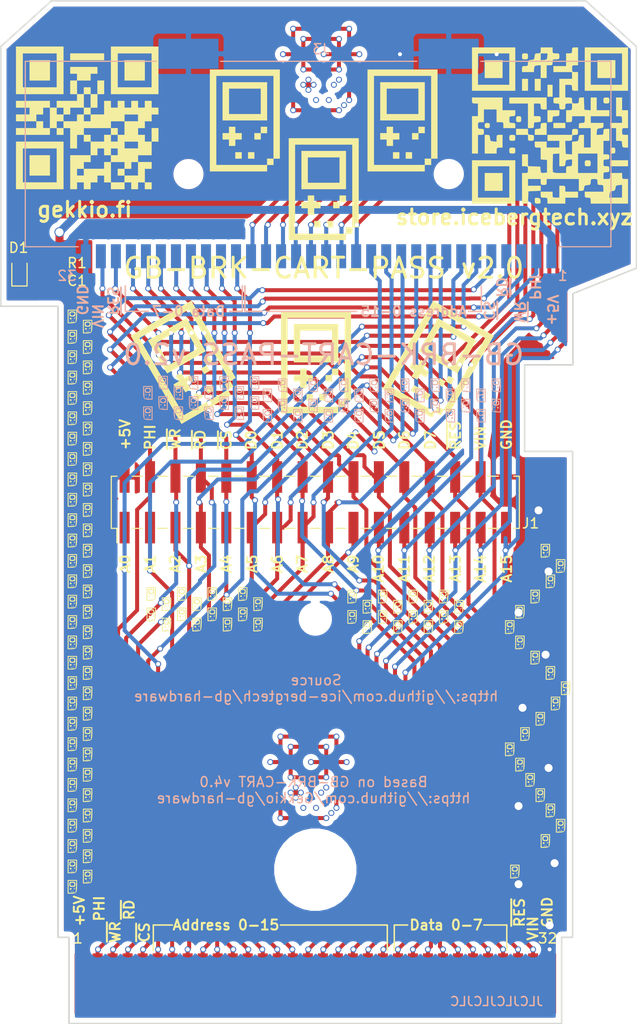
<source format=kicad_pcb>
(kicad_pcb (version 20171130) (host pcbnew "(5.1.12)-1")
  (title_block (title GB-BRK-CART-PASS) (rev v1.0) (company https://icebergtech.xyz) (comment 1 "Based on designs from https://gekkio.fi"))
  (layers (0 F.Cu signal hide) (31 B.Cu signal hide) (34 B.Paste user) (35 F.Paste user hide) (36 B.SilkS user) (37 F.SilkS user hide) (38 B.Mask user) (39 F.Mask user hide) (44 Edge.Cuts user))
  (net 0 "")
  (net 1 +5V)
  (net 2 GND)
  (net 3 "Net-(D1-Pad2)")
  (net 4 /A0)
  (net 5 /PHI)
  (net 6 /A1)
  (net 7 /A2)
  (net 8 /A3)
  (net 9 /A4)
  (net 10 /D0)
  (net 11 /A5)
  (net 12 /D1)
  (net 13 /A6)
  (net 14 /D2)
  (net 15 /A7)
  (net 16 /D3)
  (net 17 /A8)
  (net 18 /D4)
  (net 19 /A9)
  (net 20 /D5)
  (net 21 /A10)
  (net 22 /D6)
  (net 23 /A11)
  (net 24 /D7)
  (net 25 /A12)
  (net 26 /A13)
  (net 27 /VIN)
  (net 28 /A15)
  (net 29 /~RES)
  (net 30 /~CS)
  (net 31 /~RD)
  (net 32 /~WR)
  (net 33 "Net-(J1-Pad29)")
  (module SilkScreen:gb-icon-ss (layer B.Cu) (at 107.442 39.37 180)
    (fp_text reference G*** hide)
    (fp_text value LOGO hide)
  )
  (module SilkScreen:gb-icon-ss (layer B.Cu) (at 108.966 36.322 180)
    (fp_text reference G*** hide)
    (fp_text value LOGO hide)
  )
  (module SilkScreen:gb-icon-ss (layer B.Cu) (at 107.442 37.338 180)
    (fp_text reference G*** hide)
    (fp_text value LOGO hide)
  )
  (module SilkScreen:gb-icon-ss (layer B.Cu) (at 115.062 38.354 180)
    (fp_text reference G*** hide)
    (fp_text value LOGO hide)
  )
  (module SilkScreen:gb-icon-ss (layer B.Cu) (at 118.11 36.322 180)
    (fp_text reference G*** hide)
    (fp_text value LOGO hide)
  )
  (module SilkScreen:gb-icon-ss (layer B.Cu) (at 108.966 38.354 180)
    (fp_text reference G*** hide)
    (fp_text value LOGO hide)
  )
  (module SilkScreen:gb-icon-ss (layer B.Cu) (at 112.014 36.322 180)
    (fp_text reference G*** hide)
    (fp_text value LOGO hide)
  )
  (module SilkScreen:gb-icon-ss (layer B.Cu) (at 116.586 37.338 180)
    (fp_text reference G*** hide)
    (fp_text value LOGO hide)
  )
  (module SilkScreen:gb-icon-ss (layer B.Cu) (at 110.49 37.338 180)
    (fp_text reference G*** hide)
    (fp_text value LOGO hide)
  )
  (module SilkScreen:gb-icon-ss (layer B.Cu) (at 110.49 39.37 180)
    (fp_text reference G*** hide)
    (fp_text value LOGO hide)
  )
  (module SilkScreen:gb-icon-ss (layer B.Cu) (at 118.11 38.354 180)
    (fp_text reference G*** hide)
    (fp_text value LOGO hide)
  )
  (module SilkScreen:gb-icon-ss (layer B.Cu) (at 113.538 37.338 180)
    (fp_text reference G*** hide)
    (fp_text value LOGO hide)
  )
  (module SilkScreen:gb-icon-ss (layer B.Cu) (at 115.062 36.322 180)
    (fp_text reference G*** hide)
    (fp_text value LOGO hide)
  )
  (module SilkScreen:gb-icon-ss (layer B.Cu) (at 113.538 39.37 180)
    (fp_text reference G*** hide)
    (fp_text value LOGO hide)
  )
  (module SilkScreen:gb-icon-ss (layer B.Cu) (at 116.586 39.37 180)
    (fp_text reference G*** hide)
    (fp_text value LOGO hide)
  )
  (module SilkScreen:gb-icon-ss (layer B.Cu) (at 112.014 38.354 180)
    (fp_text reference G*** hide)
    (fp_text value LOGO hide)
  )
  (module SilkScreen:gb-icon-ss (layer B.Cu) (at 95.25 39.37 180)
    (fp_text reference G*** hide)
    (fp_text value LOGO hide)
  )
  (module SilkScreen:gb-icon-ss (layer B.Cu) (at 96.774 36.322 180)
    (fp_text reference G*** hide)
    (fp_text value LOGO hide)
  )
  (module SilkScreen:gb-icon-ss (layer B.Cu) (at 95.25 37.338 180)
    (fp_text reference G*** hide)
    (fp_text value LOGO hide)
  )
  (module SilkScreen:gb-icon-ss (layer B.Cu) (at 102.87 38.354 180)
    (fp_text reference G*** hide)
    (fp_text value LOGO hide)
  )
  (module SilkScreen:gb-icon-ss (layer B.Cu) (at 105.918 36.322 180)
    (fp_text reference G*** hide)
    (fp_text value LOGO hide)
  )
  (module SilkScreen:gb-icon-ss (layer B.Cu) (at 96.774 38.354 180)
    (fp_text reference G*** hide)
    (fp_text value LOGO hide)
  )
  (module SilkScreen:gb-icon-ss (layer B.Cu) (at 99.822 36.322 180)
    (fp_text reference G*** hide)
    (fp_text value LOGO hide)
  )
  (module SilkScreen:gb-icon-ss (layer B.Cu) (at 104.394 37.338 180)
    (fp_text reference G*** hide)
    (fp_text value LOGO hide)
  )
  (module SilkScreen:gb-icon-ss (layer B.Cu) (at 98.298 37.338 180)
    (fp_text reference G*** hide)
    (fp_text value LOGO hide)
  )
  (module SilkScreen:gb-icon-ss (layer B.Cu) (at 98.298 39.37 180)
    (fp_text reference G*** hide)
    (fp_text value LOGO hide)
  )
  (module SilkScreen:gb-icon-ss (layer B.Cu) (at 105.918 38.354 180)
    (fp_text reference G*** hide)
    (fp_text value LOGO hide)
  )
  (module SilkScreen:gb-icon-ss (layer B.Cu) (at 101.346 37.338 180)
    (fp_text reference G*** hide)
    (fp_text value LOGO hide)
  )
  (module SilkScreen:gb-icon-ss (layer B.Cu) (at 102.87 36.322 180)
    (fp_text reference G*** hide)
    (fp_text value LOGO hide)
  )
  (module SilkScreen:gb-icon-ss (layer B.Cu) (at 101.346 39.37 180)
    (fp_text reference G*** hide)
    (fp_text value LOGO hide)
  )
  (module SilkScreen:gb-icon-ss (layer B.Cu) (at 104.394 39.37 180)
    (fp_text reference G*** hide)
    (fp_text value LOGO hide)
  )
  (module SilkScreen:gb-icon-ss (layer B.Cu) (at 99.822 38.354 180)
    (fp_text reference G*** hide)
    (fp_text value LOGO hide)
  )
  (module SilkScreen:gb-icon-ss (layer B.Cu) (at 83.312 39.116 180)
    (fp_text reference G*** hide)
    (fp_text value LOGO hide)
  )
  (module SilkScreen:gb-icon-ss (layer B.Cu) (at 84.836 36.068 180)
    (fp_text reference G*** hide)
    (fp_text value LOGO hide)
  )
  (module SilkScreen:gb-icon-ss (layer B.Cu) (at 83.312 37.084 180)
    (fp_text reference G*** hide)
    (fp_text value LOGO hide)
  )
  (module SilkScreen:gb-icon-ss (layer B.Cu) (at 90.932 38.1 180)
    (fp_text reference G*** hide)
    (fp_text value LOGO hide)
  )
  (module SilkScreen:gb-icon-ss (layer B.Cu) (at 93.98 36.068 180)
    (fp_text reference G*** hide)
    (fp_text value LOGO hide)
  )
  (module SilkScreen:gb-icon-ss (layer B.Cu) (at 84.836 38.1 180)
    (fp_text reference G*** hide)
    (fp_text value LOGO hide)
  )
  (module SilkScreen:gb-icon-ss (layer B.Cu) (at 87.884 36.068 180)
    (fp_text reference G*** hide)
    (fp_text value LOGO hide)
  )
  (module SilkScreen:gb-icon-ss (layer B.Cu) (at 92.456 37.084 180)
    (fp_text reference G*** hide)
    (fp_text value LOGO hide)
  )
  (module SilkScreen:gb-icon-ss (layer B.Cu) (at 86.36 37.084 180)
    (fp_text reference G*** hide)
    (fp_text value LOGO hide)
  )
  (module SilkScreen:gb-icon-ss (layer B.Cu) (at 86.36 39.116 180)
    (fp_text reference G*** hide)
    (fp_text value LOGO hide)
  )
  (module SilkScreen:gb-icon-ss (layer B.Cu) (at 93.98 38.1 180)
    (fp_text reference G*** hide)
    (fp_text value LOGO hide)
  )
  (module SilkScreen:gb-icon-ss (layer B.Cu) (at 89.408 37.084 180)
    (fp_text reference G*** hide)
    (fp_text value LOGO hide)
  )
  (module SilkScreen:gb-icon-ss (layer B.Cu) (at 90.932 36.068 180)
    (fp_text reference G*** hide)
    (fp_text value LOGO hide)
  )
  (module SilkScreen:gb-icon-ss (layer B.Cu) (at 89.408 39.116 180)
    (fp_text reference G*** hide)
    (fp_text value LOGO hide)
  )
  (module SilkScreen:gb-icon-ss (layer B.Cu) (at 92.456 39.116 180)
    (fp_text reference G*** hide)
    (fp_text value LOGO hide)
  )
  (module SilkScreen:gb-icon-ss (layer B.Cu) (at 87.884 38.1 180)
    (fp_text reference G*** hide)
    (fp_text value LOGO hide)
  )
  (module SilkScreen:gb-icon-ss (layer F.Cu) (at 114.3 60.452)
    (fp_text reference G*** hide)
    (fp_text value LOGO hide)
  )
  (module SilkScreen:gb-icon-ss (layer F.Cu) (at 112.776 57.404)
    (fp_text reference G*** hide)
    (fp_text value LOGO hide)
  )
  (module SilkScreen:gb-icon-ss (layer F.Cu) (at 114.3 58.42)
    (fp_text reference G*** hide)
    (fp_text value LOGO hide)
  )
  (module SilkScreen:gb-icon-ss (layer F.Cu) (at 106.68 59.436)
    (fp_text reference G*** hide)
    (fp_text value LOGO hide)
  )
  (module SilkScreen:gb-icon-ss (layer F.Cu) (at 103.632 57.404)
    (fp_text reference G*** hide)
    (fp_text value LOGO hide)
  )
  (module SilkScreen:gb-icon-ss (layer F.Cu) (at 112.776 59.436)
    (fp_text reference G*** hide)
    (fp_text value LOGO hide)
  )
  (module SilkScreen:gb-icon-ss (layer F.Cu) (at 109.728 57.404)
    (fp_text reference G*** hide)
    (fp_text value LOGO hide)
  )
  (module SilkScreen:gb-icon-ss (layer F.Cu) (at 105.156 58.42)
    (fp_text reference G*** hide)
    (fp_text value LOGO hide)
  )
  (module SilkScreen:gb-icon-ss (layer F.Cu) (at 111.252 58.42)
    (fp_text reference G*** hide)
    (fp_text value LOGO hide)
  )
  (module SilkScreen:gb-icon-ss (layer F.Cu) (at 111.252 60.452)
    (fp_text reference G*** hide)
    (fp_text value LOGO hide)
  )
  (module SilkScreen:gb-icon-ss (layer F.Cu) (at 103.632 59.436)
    (fp_text reference G*** hide)
    (fp_text value LOGO hide)
  )
  (module SilkScreen:gb-icon-ss (layer F.Cu) (at 108.204 58.42)
    (fp_text reference G*** hide)
    (fp_text value LOGO hide)
  )
  (module SilkScreen:gb-icon-ss (layer F.Cu) (at 106.68 57.404)
    (fp_text reference G*** hide)
    (fp_text value LOGO hide)
  )
  (module SilkScreen:gb-icon-ss (layer F.Cu) (at 108.204 60.452)
    (fp_text reference G*** hide)
    (fp_text value LOGO hide)
  )
  (module SilkScreen:gb-icon-ss (layer F.Cu) (at 105.156 60.452)
    (fp_text reference G*** hide)
    (fp_text value LOGO hide)
  )
  (module SilkScreen:gb-icon-ss (layer F.Cu) (at 109.728 59.436)
    (fp_text reference G*** hide)
    (fp_text value LOGO hide)
  )
  (module SilkScreen:gb-icon-ss (layer F.Cu) (at 94.234 60.198)
    (fp_text reference G*** hide)
    (fp_text value LOGO hide)
  )
  (module SilkScreen:gb-icon-ss (layer F.Cu) (at 92.71 57.15)
    (fp_text reference G*** hide)
    (fp_text value LOGO hide)
  )
  (module SilkScreen:gb-icon-ss (layer F.Cu) (at 94.234 58.166)
    (fp_text reference G*** hide)
    (fp_text value LOGO hide)
  )
  (module SilkScreen:gb-icon-ss (layer F.Cu) (at 86.614 59.182)
    (fp_text reference G*** hide)
    (fp_text value LOGO hide)
  )
  (module SilkScreen:gb-icon-ss (layer F.Cu) (at 83.566 57.15)
    (fp_text reference G*** hide)
    (fp_text value LOGO hide)
  )
  (module SilkScreen:gb-icon-ss (layer F.Cu) (at 92.71 59.182)
    (fp_text reference G*** hide)
    (fp_text value LOGO hide)
  )
  (module SilkScreen:gb-icon-ss (layer F.Cu) (at 89.662 57.15)
    (fp_text reference G*** hide)
    (fp_text value LOGO hide)
  )
  (module SilkScreen:gb-icon-ss (layer F.Cu) (at 85.09 58.166)
    (fp_text reference G*** hide)
    (fp_text value LOGO hide)
  )
  (module SilkScreen:gb-icon-ss (layer F.Cu) (at 91.186 58.166)
    (fp_text reference G*** hide)
    (fp_text value LOGO hide)
  )
  (module SilkScreen:gb-icon-ss (layer F.Cu) (at 91.186 60.198)
    (fp_text reference G*** hide)
    (fp_text value LOGO hide)
  )
  (module SilkScreen:gb-icon-ss (layer F.Cu) (at 83.566 59.182)
    (fp_text reference G*** hide)
    (fp_text value LOGO hide)
  )
  (module SilkScreen:gb-icon-ss (layer F.Cu) (at 88.138 58.166)
    (fp_text reference G*** hide)
    (fp_text value LOGO hide)
  )
  (module SilkScreen:gb-icon-ss (layer F.Cu) (at 86.614 57.15)
    (fp_text reference G*** hide)
    (fp_text value LOGO hide)
  )
  (module SilkScreen:gb-icon-ss (layer F.Cu) (at 88.138 60.198)
    (fp_text reference G*** hide)
    (fp_text value LOGO hide)
  )
  (module SilkScreen:gb-icon-ss (layer F.Cu) (at 85.09 60.198)
    (fp_text reference G*** hide)
    (fp_text value LOGO hide)
  )
  (module SilkScreen:gb-icon-ss (layer F.Cu) (at 89.662 59.182)
    (fp_text reference G*** hide)
    (fp_text value LOGO hide)
  )
  (module SilkScreen:gb-icon-400dpi (layer F.Cu) (at 87.122 34.036 30)
    (fp_text reference G*** hide)
    (fp_text value LOGO hide)
  )
  (module SilkScreen:qr-shop.icebergtech.xyz (layer F.Cu) (at 123.444 10.414)
    (fp_text reference G*** hide)
    (fp_text value LOGO hide)
  )
  (module "" (layer F.Cu) (at 66.294 111.76)
    (fp_text reference "" (at 85.344 117.856) (layer F.SilkS) (effects (font (size 1.27 1.27))))
    (fp_text value "" (at 85.344 117.856) (layer F.SilkS) (effects (font (size 1.27 1.27))))
    (fp_text user 1 (at 85.444 118.17) (layer F.SilkS))
  )
  (module "" (layer F.Cu) (at 72.898 95.758)
    (fp_text reference "" (at 85.344 117.856) (layer F.SilkS) (effects (font (size 1.27 1.27))))
    (fp_text value "" (at 85.344 117.856) (layer F.SilkS) (effects (font (size 1.27 1.27))))
    (fp_text user 1 (at 51.816 -70.358) (layer B.SilkS) (effects (justify mirror)))
  )
  (module "" (layer F.Cu) (at 85.344 117.856)
    (fp_text reference "" (at 149.225 2.159) (layer F.SilkS) (effects (font (size 1.27 1.27))))
    (fp_text value "" (at 149.225 2.159) (layer F.SilkS) (effects (font (size 1.27 1.27))))
  )
  (module "" (layer F.Cu) (at 76.454 91.948)
    (fp_text reference "" (at 149.225 2.159) (layer F.SilkS) (effects (font (size 1.27 1.27))))
    (fp_text value "" (at 149.225 2.159) (layer F.SilkS) (effects (font (size 1.27 1.27))))
  )
  (module "" (layer F.Cu) (at 119.38 96.266)
    (fp_text reference "" (at 149.225 2.159) (layer F.SilkS) (effects (font (size 1.27 1.27))))
    (fp_text value "" (at 149.225 2.159) (layer F.SilkS) (effects (font (size 1.27 1.27))))
    (fp_text user 32 (at -44.196 -70.866) (layer B.SilkS) (effects (justify mirror)))
  )
  (module "" (layer F.Cu) (at 128.778 87.376)
    (fp_text reference "" (at 149.225 2.159) (layer F.SilkS) (effects (font (size 1.27 1.27))))
    (fp_text value "" (at 149.225 2.159) (layer F.SilkS) (effects (font (size 1.27 1.27))))
  )
  (module SilkScreen:gb-icon-400dpi (layer F.Cu) (at 108.712 9.906)
    (fp_text reference G*** hide)
    (fp_text value LOGO hide)
  )
  (module SilkScreen:gb-icon-400dpi (layer F.Cu) (at 92.964 9.906)
    (fp_text reference G*** hide)
    (fp_text value LOGO hide)
  )
  (module SilkScreen:gb-icon-400dpi (layer F.Cu) (at 100.076 34.036)
    (fp_text reference G*** hide)
    (fp_text value LOGO hide)
  )
  (module SilkScreen:gb-icon-400dpi (layer F.Cu) (at 100.838 16.764)
    (fp_text reference G*** hide)
    (fp_text value LOGO hide)
  )
  (module SilkScreen:gb-icon-400dpi (layer F.Cu) (at 112.268 34.036 330)
    (fp_text reference G*** hide)
    (fp_text value LOGO hide)
  )
  (module SilkScreen:gb-icon-ss (layer F.Cu) (at 122.936 52.832)
    (fp_text reference G*** hide)
    (fp_text value LOGO hide)
  )
  (module SilkScreen:gb-icon-ss (layer F.Cu) (at 124.46 54.356)
    (fp_text reference G*** hide)
    (fp_text value LOGO hide)
  )
  (module SilkScreen:gb-icon-ss (layer F.Cu) (at 123.444 55.88)
    (fp_text reference G*** hide)
    (fp_text value LOGO hide)
  )
  (module SilkScreen:gb-icon-ss (layer F.Cu) (at 121.92 57.404)
    (fp_text reference G*** hide)
    (fp_text value LOGO hide)
  )
  (module SilkScreen:gb-icon-ss (layer F.Cu) (at 120.396 58.928)
    (fp_text reference G*** hide)
    (fp_text value LOGO hide)
  )
  (module SilkScreen:gb-icon-ss (layer F.Cu) (at 119.38 60.452)
    (fp_text reference G*** hide)
    (fp_text value LOGO hide)
  )
  (module SilkScreen:gb-icon-ss (layer F.Cu) (at 120.396 61.976)
    (fp_text reference G*** hide)
    (fp_text value LOGO hide)
  )
  (module SilkScreen:gb-icon-ss (layer F.Cu) (at 121.92 63.5)
    (fp_text reference G*** hide)
    (fp_text value LOGO hide)
  )
  (module SilkScreen:gb-icon-ss (layer F.Cu) (at 123.444 65.024)
    (fp_text reference G*** hide)
    (fp_text value LOGO hide)
  )
  (module SilkScreen:gb-icon-ss (layer F.Cu) (at 124.968 66.548)
    (fp_text reference G*** hide)
    (fp_text value LOGO hide)
  )
  (module SilkScreen:gb-icon-ss (layer F.Cu) (at 123.952 68.072)
    (fp_text reference G*** hide)
    (fp_text value LOGO hide)
  )
  (module SilkScreen:gb-icon-ss (layer F.Cu) (at 122.428 69.596)
    (fp_text reference G*** hide)
    (fp_text value LOGO hide)
  )
  (module SilkScreen:gb-icon-ss (layer F.Cu) (at 120.904 71.12)
    (fp_text reference G*** hide)
    (fp_text value LOGO hide)
  )
  (module SilkScreen:gb-icon-ss (layer F.Cu) (at 119.38 72.644)
    (fp_text reference G*** hide)
    (fp_text value LOGO hide)
  )
  (module SilkScreen:gb-icon-ss (layer F.Cu) (at 120.396 74.168)
    (fp_text reference G*** hide)
    (fp_text value LOGO hide)
  )
  (module SilkScreen:gb-icon-ss (layer F.Cu) (at 121.412 75.692)
    (fp_text reference G*** hide)
    (fp_text value LOGO hide)
  )
  (module SilkScreen:gb-icon-ss (layer F.Cu) (at 122.428 77.216)
    (fp_text reference G*** hide)
    (fp_text value LOGO hide)
  )
  (module SilkScreen:gb-icon-ss (layer F.Cu) (at 123.444 78.74)
    (fp_text reference G*** hide)
    (fp_text value LOGO hide)
  )
  (module SilkScreen:gb-icon-ss (layer F.Cu) (at 124.46 80.264)
    (fp_text reference G*** hide)
    (fp_text value LOGO hide)
  )
  (module SilkScreen:gb-icon-ss (layer F.Cu) (at 122.936 81.788)
    (fp_text reference G*** hide)
    (fp_text value LOGO hide)
  )
  (module SilkScreen:gb-icon-ss (layer F.Cu) (at 119.888 84.836)
    (fp_text reference G*** hide)
    (fp_text value LOGO hide)
  )
  (module SilkScreen:gb-icon-ss (layer F.Cu) (at 75.692 29.464)
    (fp_text reference G*** hide)
    (fp_text value LOGO hide)
  )
  (module SilkScreen:gb-icon-ss (layer F.Cu) (at 77.216 30.48)
    (fp_text reference G*** hide)
    (fp_text value LOGO hide)
  )
  (module SilkScreen:gb-icon-ss (layer F.Cu) (at 75.692 31.496)
    (fp_text reference G*** hide)
    (fp_text value LOGO hide)
  )
  (module SilkScreen:gb-icon-ss (layer F.Cu) (at 77.216 32.512)
    (fp_text reference G*** hide)
    (fp_text value LOGO hide)
  )
  (module SilkScreen:gb-icon-ss (layer F.Cu) (at 75.692 33.528)
    (fp_text reference G*** hide)
    (fp_text value LOGO hide)
  )
  (module SilkScreen:gb-icon-ss (layer F.Cu) (at 77.216 34.544)
    (fp_text reference G*** hide)
    (fp_text value LOGO hide)
  )
  (module SilkScreen:gb-icon-ss (layer F.Cu) (at 77.216 36.576)
    (fp_text reference G*** hide)
    (fp_text value LOGO hide)
  )
  (module SilkScreen:gb-icon-ss (layer F.Cu) (at 75.692 35.56)
    (fp_text reference G*** hide)
    (fp_text value LOGO hide)
  )
  (module SilkScreen:gb-icon-ss (layer F.Cu) (at 77.216 38.608)
    (fp_text reference G*** hide)
    (fp_text value LOGO hide)
  )
  (module SilkScreen:gb-icon-ss (layer F.Cu) (at 75.692 37.592)
    (fp_text reference G*** hide)
    (fp_text value LOGO hide)
  )
  (module SilkScreen:gb-icon-ss (layer F.Cu) (at 75.692 39.624)
    (fp_text reference G*** hide)
    (fp_text value LOGO hide)
  )
  (module SilkScreen:gb-icon-ss (layer F.Cu) (at 77.216 40.64)
    (fp_text reference G*** hide)
    (fp_text value LOGO hide)
  )
  (module SilkScreen:gb-icon-ss (layer F.Cu) (at 75.692 41.656)
    (fp_text reference G*** hide)
    (fp_text value LOGO hide)
  )
  (module SilkScreen:gb-icon-ss (layer F.Cu) (at 77.216 42.672)
    (fp_text reference G*** hide)
    (fp_text value LOGO hide)
  )
  (module SilkScreen:gb-icon-ss (layer F.Cu) (at 75.692 43.688)
    (fp_text reference G*** hide)
    (fp_text value LOGO hide)
  )
  (module SilkScreen:gb-icon-ss (layer F.Cu) (at 77.216 44.704)
    (fp_text reference G*** hide)
    (fp_text value LOGO hide)
  )
  (module SilkScreen:gb-icon-ss (layer F.Cu) (at 75.692 45.72)
    (fp_text reference G*** hide)
    (fp_text value LOGO hide)
  )
  (module SilkScreen:gb-icon-ss (layer F.Cu) (at 77.216 46.736)
    (fp_text reference G*** hide)
    (fp_text value LOGO hide)
  )
  (module SilkScreen:gb-icon-ss (layer F.Cu) (at 75.692 47.752)
    (fp_text reference G*** hide)
    (fp_text value LOGO hide)
  )
  (module SilkScreen:gb-icon-ss (layer F.Cu) (at 77.216 48.768)
    (fp_text reference G*** hide)
    (fp_text value LOGO hide)
  )
  (module SilkScreen:gb-icon-ss (layer F.Cu) (at 75.692 49.784)
    (fp_text reference G*** hide)
    (fp_text value LOGO hide)
  )
  (module SilkScreen:gb-icon-ss (layer F.Cu) (at 77.216 50.8)
    (fp_text reference G*** hide)
    (fp_text value LOGO hide)
  )
  (module SilkScreen:gb-icon-ss (layer F.Cu) (at 75.692 51.816)
    (fp_text reference G*** hide)
    (fp_text value LOGO hide)
  )
  (module SilkScreen:gb-icon-ss (layer F.Cu) (at 77.216 52.832)
    (fp_text reference G*** hide)
    (fp_text value LOGO hide)
  )
  (module SilkScreen:gb-icon-ss (layer F.Cu) (at 75.692 53.848)
    (fp_text reference G*** hide)
    (fp_text value LOGO hide)
  )
  (module SilkScreen:gb-icon-ss (layer F.Cu) (at 77.216 54.864)
    (fp_text reference G*** hide)
    (fp_text value LOGO hide)
  )
  (module SilkScreen:gb-icon-ss (layer F.Cu) (at 75.692 55.88)
    (fp_text reference G*** hide)
    (fp_text value LOGO hide)
  )
  (module SilkScreen:gb-icon-ss (layer F.Cu) (at 77.216 56.896)
    (fp_text reference G*** hide)
    (fp_text value LOGO hide)
  )
  (module SilkScreen:gb-icon-ss (layer F.Cu) (at 75.692 57.912)
    (fp_text reference G*** hide)
    (fp_text value LOGO hide)
  )
  (module SilkScreen:gb-icon-ss (layer F.Cu) (at 77.216 58.928)
    (fp_text reference G*** hide)
    (fp_text value LOGO hide)
  )
  (module SilkScreen:gb-icon-ss (layer F.Cu) (at 75.692 59.944)
    (fp_text reference G*** hide)
    (fp_text value LOGO hide)
  )
  (module SilkScreen:gb-icon-ss (layer F.Cu) (at 77.216 60.96)
    (fp_text reference G*** hide)
    (fp_text value LOGO hide)
  )
  (module SilkScreen:gb-icon-ss (layer F.Cu) (at 75.692 61.976)
    (fp_text reference G*** hide)
    (fp_text value LOGO hide)
  )
  (module SilkScreen:gb-icon-ss (layer F.Cu) (at 77.216 62.992)
    (fp_text reference G*** hide)
    (fp_text value LOGO hide)
  )
  (module SilkScreen:gb-icon-ss (layer F.Cu) (at 75.692 64.008)
    (fp_text reference G*** hide)
    (fp_text value LOGO hide)
  )
  (module SilkScreen:gb-icon-ss (layer F.Cu) (at 77.216 65.024)
    (fp_text reference G*** hide)
    (fp_text value LOGO hide)
  )
  (module SilkScreen:gb-icon-ss (layer F.Cu) (at 75.692 66.04)
    (fp_text reference G*** hide)
    (fp_text value LOGO hide)
  )
  (module SilkScreen:gb-icon-ss (layer F.Cu) (at 77.216 67.056)
    (fp_text reference G*** hide)
    (fp_text value LOGO hide)
  )
  (module SilkScreen:gb-icon-ss (layer F.Cu) (at 75.692 68.072)
    (fp_text reference G*** hide)
    (fp_text value LOGO hide)
  )
  (module SilkScreen:gb-icon-ss (layer F.Cu) (at 77.216 69.088)
    (fp_text reference G*** hide)
    (fp_text value LOGO hide)
  )
  (module SilkScreen:gb-icon-ss (layer F.Cu) (at 75.692 70.104)
    (fp_text reference G*** hide)
    (fp_text value LOGO hide)
  )
  (module SilkScreen:gb-icon-ss (layer F.Cu) (at 77.216 71.12)
    (fp_text reference G*** hide)
    (fp_text value LOGO hide)
  )
  (module SilkScreen:gb-icon-ss (layer F.Cu) (at 75.692 72.136)
    (fp_text reference G*** hide)
    (fp_text value LOGO hide)
  )
  (module SilkScreen:gb-icon-ss (layer F.Cu) (at 77.216 73.152)
    (fp_text reference G*** hide)
    (fp_text value LOGO hide)
  )
  (module SilkScreen:gb-icon-ss (layer F.Cu) (at 75.692 74.168)
    (fp_text reference G*** hide)
    (fp_text value LOGO hide)
  )
  (module SilkScreen:gb-icon-ss (layer F.Cu) (at 77.216 75.184)
    (fp_text reference G*** hide)
    (fp_text value LOGO hide)
  )
  (module SilkScreen:gb-icon-ss (layer F.Cu) (at 75.692 76.2)
    (fp_text reference G*** hide)
    (fp_text value LOGO hide)
  )
  (module SilkScreen:gb-icon-ss (layer F.Cu) (at 77.216 77.216)
    (fp_text reference G*** hide)
    (fp_text value LOGO hide)
  )
  (module SilkScreen:gb-icon-ss (layer F.Cu) (at 75.692 78.232)
    (fp_text reference G*** hide)
    (fp_text value LOGO hide)
  )
  (module SilkScreen:gb-icon-ss (layer F.Cu) (at 77.216 79.248)
    (fp_text reference G*** hide)
    (fp_text value LOGO hide)
  )
  (module SilkScreen:gb-icon-ss (layer F.Cu) (at 75.692 80.264)
    (fp_text reference G*** hide)
    (fp_text value LOGO hide)
  )
  (module SilkScreen:gb-icon-ss (layer F.Cu) (at 77.216 81.28)
    (fp_text reference G*** hide)
    (fp_text value LOGO hide)
  )
  (module SilkScreen:gb-icon-ss (layer F.Cu) (at 75.692 82.296)
    (fp_text reference G*** hide)
    (fp_text value LOGO hide)
  )
  (module SilkScreen:gb-icon-ss (layer F.Cu) (at 77.216 83.312)
    (fp_text reference G*** hide)
    (fp_text value LOGO hide)
  )
  (module SilkScreen:gb-icon-ss (layer F.Cu) (at 75.692 84.328)
    (fp_text reference G*** hide)
    (fp_text value LOGO hide)
  )
  (module SilkScreen:gb-icon-ss (layer F.Cu) (at 77.216 85.344)
    (fp_text reference G*** hide)
    (fp_text value LOGO hide)
  )
  (module SilkScreen:gb-icon-ss (layer F.Cu) (at 75.692 86.36)
    (fp_text reference G*** hide)
    (fp_text value LOGO hide)
  )
  (module SilkScreen:qr-gekkio (layer F.Cu) (at 77.216 9.652)
    (fp_text reference G*** hide)
    (fp_text value LOGO hide)
  )
  (module Gekkio_Connector_PCBEdge:GameBoy_Cartridge_AGS_1x32-1MP_P1.50mm_Socket_Horizontal (layer B.Cu) (at 100.33 13.208 180)
    (fp_text reference J3 (at -0.254 10.414 180) (layer B.SilkS) (effects (justify mirror)))
    (fp_text value GameBoy_Cartridge)
    (pad "" np_thru_hole circle (at 13 -2.05 180) (size 2 2) (drill 2) (layers *.Cu *.Mask))
    (pad 32 smd rect (at 23.25 -10.25 180) (size 1 2.4) (layers B.Cu B.Paste B.Mask) (net 2 GND))
    (pad 31 smd rect (at 21.75 -10.25 180) (size 1 2.4) (layers B.Cu B.Paste B.Mask) (net 27 /VIN))
    (pad 30 smd rect (at 20.25 -10.25 180) (size 1 2.4) (layers B.Cu B.Paste B.Mask) (net 29 /~RES))
    (pad 29 smd rect (at 18.75 -10.25 180) (size 1 2.4) (layers B.Cu B.Paste B.Mask) (net 24 /D7))
    (pad 28 smd rect (at 17.25 -10.25 180) (size 1 2.4) (layers B.Cu B.Paste B.Mask) (net 22 /D6))
    (pad 27 smd rect (at 15.75 -10.25 180) (size 1 2.4) (layers B.Cu B.Paste B.Mask) (net 20 /D5))
    (pad 26 smd rect (at 14.25 -10.25 180) (size 1 2.4) (layers B.Cu B.Paste B.Mask) (net 18 /D4))
    (pad 25 smd rect (at 12.75 -10.25 180) (size 1 2.4) (layers B.Cu B.Paste B.Mask) (net 16 /D3))
    (pad 24 smd rect (at 11.25 -10.25 180) (size 1 2.4) (layers B.Cu B.Paste B.Mask) (net 14 /D2))
    (pad 23 smd rect (at 9.75 -10.25 180) (size 1 2.4) (layers B.Cu B.Paste B.Mask) (net 12 /D1))
    (pad 22 smd rect (at 8.25 -10.25 180) (size 1 2.4) (layers B.Cu B.Paste B.Mask) (net 10 /D0))
    (pad 21 smd rect (at 6.75 -10.25 180) (size 1 2.4) (layers B.Cu B.Paste B.Mask) (net 28 /A15))
    (pad 20 smd rect (at 5.25 -10.25 180) (size 1 2.4) (layers B.Cu B.Paste B.Mask) (net 33 "Net-(J1-Pad29)"))
    (pad 19 smd rect (at 3.75 -10.25 180) (size 1 2.4) (layers B.Cu B.Paste B.Mask) (net 26 /A13))
    (pad 18 smd rect (at 2.25 -10.25 180) (size 1 2.4) (layers B.Cu B.Paste B.Mask) (net 25 /A12))
    (pad 17 smd rect (at 0.75 -10.25 180) (size 1 2.4) (layers B.Cu B.Paste B.Mask) (net 23 /A11))
    (pad 16 smd rect (at -0.75 -10.25 180) (size 1 2.4) (layers B.Cu B.Paste B.Mask) (net 21 /A10))
    (pad 15 smd rect (at -2.25 -10.25 180) (size 1 2.4) (layers B.Cu B.Paste B.Mask) (net 19 /A9))
    (pad 14 smd rect (at -3.75 -10.25 180) (size 1 2.4) (layers B.Cu B.Paste B.Mask) (net 17 /A8))
    (pad 13 smd rect (at -5.25 -10.25 180) (size 1 2.4) (layers B.Cu B.Paste B.Mask) (net 15 /A7))
    (pad 12 smd rect (at -6.75 -10.25 180) (size 1 2.4) (layers B.Cu B.Paste B.Mask) (net 13 /A6))
    (pad 11 smd rect (at -8.25 -10.25 180) (size 1 2.4) (layers B.Cu B.Paste B.Mask) (net 11 /A5))
    (pad 10 smd rect (at -9.75 -10.25 180) (size 1 2.4) (layers B.Cu B.Paste B.Mask) (net 9 /A4))
    (pad 9 smd rect (at -11.25 -10.25 180) (size 1 2.4) (layers B.Cu B.Paste B.Mask) (net 8 /A3))
    (pad 8 smd rect (at -12.75 -10.25 180) (size 1 2.4) (layers B.Cu B.Paste B.Mask) (net 7 /A2))
    (pad 7 smd rect (at -14.25 -10.25 180) (size 1 2.4) (layers B.Cu B.Paste B.Mask) (net 6 /A1))
    (pad 6 smd rect (at -15.75 -10.25 180) (size 1 2.4) (layers B.Cu B.Paste B.Mask) (net 4 /A0))
    (pad 5 smd rect (at -17.25 -10.25 180) (size 1 2.4) (layers B.Cu B.Paste B.Mask) (net 30 /~CS))
    (pad 4 smd rect (at -18.75 -10.25 180) (size 1 2.4) (layers B.Cu B.Paste B.Mask) (net 31 /~RD))
    (pad 3 smd rect (at -20.25 -10.25 180) (size 1 2.4) (layers B.Cu B.Paste B.Mask) (net 32 /~WR))
    (pad 2 smd rect (at -21.75 -10.25 180) (size 1 2.4) (layers B.Cu B.Paste B.Mask) (net 5 /PHI))
    (pad "" np_thru_hole circle (at -13 -2.05 180) (size 2 2) (drill 2) (layers *.Cu *.Mask))
    (pad MP smd rect (at 13 9.95 180) (size 6 3) (layers B.Cu B.Paste B.Mask) (net 2 GND))
    (pad MP smd rect (at -13 9.95 180) (size 6 3) (layers B.Cu B.Paste B.Mask) (net 2 GND))
    (pad 1 smd rect (at -23.25 -10.25 180) (size 1 2.4) (layers B.Cu B.Paste B.Mask) (net 1 +5V))
  )
  (module Gekkio_MountingHole:MountingHole_2.3mm (layer F.Cu) (at 100 59.65)
    (fp_text reference MK2 hide)
    (fp_text value DNF hide)
    (pad "" np_thru_hole circle (at 0 0) (size 2.3 2.3) (drill 2.3) (layers *.Cu *.Mask))
  )
  (module Gekkio_MountingHole:MountingHole_7.2mm (layer F.Cu) (at 100 84.65)
    (fp_text reference MK1 hide)
    (fp_text value DNF hide)
    (pad "" np_thru_hole circle (at 0 0) (size 7.2 7.2) (drill 7.2) (layers *.Cu *.Mask))
  )
  (module Connector_PinHeader_2.54mm:PinHeader_2x16_P2.54mm_Vertical_SMD (layer F.Cu) (at 100 48 90)
    (fp_text reference J1 (at -2.1 21.5 180) (layer F.SilkS))
    (fp_text value Conn_02x16_Odd_Even hide)
    (pad 32 smd rect (at 2.525 19.05 90) (size 3.15 1) (layers F.Cu F.Paste F.Mask) (net 2 GND))
    (pad 31 smd rect (at -2.525 19.05 90) (size 3.15 1) (layers F.Cu F.Paste F.Mask) (net 28 /A15))
    (pad 30 smd rect (at 2.525 16.51 90) (size 3.15 1) (layers F.Cu F.Paste F.Mask) (net 27 /VIN))
    (pad 29 smd rect (at -2.525 16.51 90) (size 3.15 1) (layers F.Cu F.Paste F.Mask) (net 33 "Net-(J1-Pad29)"))
    (pad 28 smd rect (at 2.525 13.97 90) (size 3.15 1) (layers F.Cu F.Paste F.Mask) (net 29 /~RES))
    (pad 27 smd rect (at -2.525 13.97 90) (size 3.15 1) (layers F.Cu F.Paste F.Mask) (net 26 /A13))
    (pad 26 smd rect (at 2.525 11.43 90) (size 3.15 1) (layers F.Cu F.Paste F.Mask) (net 24 /D7))
    (pad 25 smd rect (at -2.525 11.43 90) (size 3.15 1) (layers F.Cu F.Paste F.Mask) (net 25 /A12))
    (pad 24 smd rect (at 2.525 8.89 90) (size 3.15 1) (layers F.Cu F.Paste F.Mask) (net 22 /D6))
    (pad 23 smd rect (at -2.525 8.89 90) (size 3.15 1) (layers F.Cu F.Paste F.Mask) (net 23 /A11))
    (pad 22 smd rect (at 2.525 6.35 90) (size 3.15 1) (layers F.Cu F.Paste F.Mask) (net 20 /D5))
    (pad 21 smd rect (at -2.525 6.35 90) (size 3.15 1) (layers F.Cu F.Paste F.Mask) (net 21 /A10))
    (pad 20 smd rect (at 2.525 3.81 90) (size 3.15 1) (layers F.Cu F.Paste F.Mask) (net 18 /D4))
    (pad 19 smd rect (at -2.525 3.81 90) (size 3.15 1) (layers F.Cu F.Paste F.Mask) (net 19 /A9))
    (pad 18 smd rect (at 2.525 1.27 90) (size 3.15 1) (layers F.Cu F.Paste F.Mask) (net 16 /D3))
    (pad 17 smd rect (at -2.525 1.27 90) (size 3.15 1) (layers F.Cu F.Paste F.Mask) (net 17 /A8))
    (pad 16 smd rect (at 2.525 -1.27 90) (size 3.15 1) (layers F.Cu F.Paste F.Mask) (net 14 /D2))
    (pad 15 smd rect (at -2.525 -1.27 90) (size 3.15 1) (layers F.Cu F.Paste F.Mask) (net 15 /A7))
    (pad 14 smd rect (at 2.525 -3.81 90) (size 3.15 1) (layers F.Cu F.Paste F.Mask) (net 12 /D1))
    (pad 13 smd rect (at -2.525 -3.81 90) (size 3.15 1) (layers F.Cu F.Paste F.Mask) (net 13 /A6))
    (pad 12 smd rect (at 2.525 -6.35 90) (size 3.15 1) (layers F.Cu F.Paste F.Mask) (net 10 /D0))
    (pad 11 smd rect (at -2.525 -6.35 90) (size 3.15 1) (layers F.Cu F.Paste F.Mask) (net 11 /A5))
    (pad 10 smd rect (at 2.525 -8.89 90) (size 3.15 1) (layers F.Cu F.Paste F.Mask) (net 30 /~CS))
    (pad 9 smd rect (at -2.525 -8.89 90) (size 3.15 1) (layers F.Cu F.Paste F.Mask) (net 9 /A4))
    (pad 8 smd rect (at 2.525 -11.43 90) (size 3.15 1) (layers F.Cu F.Paste F.Mask) (net 31 /~RD))
    (pad 7 smd rect (at -2.525 -11.43 90) (size 3.15 1) (layers F.Cu F.Paste F.Mask) (net 8 /A3))
    (pad 6 smd rect (at 2.525 -13.97 90) (size 3.15 1) (layers F.Cu F.Paste F.Mask) (net 32 /~WR))
    (pad 5 smd rect (at -2.525 -13.97 90) (size 3.15 1) (layers F.Cu F.Paste F.Mask) (net 7 /A2))
    (pad 4 smd rect (at 2.525 -16.51 90) (size 3.15 1) (layers F.Cu F.Paste F.Mask) (net 5 /PHI))
    (pad 3 smd rect (at -2.525 -16.51 90) (size 3.15 1) (layers F.Cu F.Paste F.Mask) (net 6 /A1))
    (pad 2 smd rect (at 2.525 -19.05 90) (size 3.15 1) (layers F.Cu F.Paste F.Mask) (net 1 +5V))
    (pad 1 smd rect (at -2.525 -19.05 90) (size 3.15 1) (layers F.Cu F.Paste F.Mask) (net 4 /A0))
  )
  (module Resistor_SMD:R_0603_1608Metric (layer F.Cu) (at 73.648 24.054 180)
    (fp_text reference R1 (at -2.552 -0.076 180) (layer F.SilkS))
    (fp_text value 3.3k)
    (pad 2 smd rect (at 0.8 0 180) (size 0.82 1) (layers F.Cu F.Paste F.Mask) (net 3 "Net-(D1-Pad2)"))
    (pad 1 smd rect (at -0.8 0 180) (size 0.82 1) (layers F.Cu F.Paste F.Mask) (net 1 +5V))
  )
  (module LED_SMD:LED_0603_1608Metric (layer F.Cu) (at 70.448 24.954 90)
    (fp_text reference D1 (at 2.348 -0.09) (layer F.SilkS))
    (fp_text value LED_R)
    (pad 2 smd rect (at 0.8 0 90) (size 0.82 1) (layers F.Cu F.Paste F.Mask) (net 3 "Net-(D1-Pad2)"))
    (pad 1 smd rect (at -0.8 0 90) (size 0.82 1) (layers F.Cu F.Paste F.Mask) (net 2 GND))
  )
  (module Gekkio_Connector_PCBEdge:GameBoy_Cartridge_1x32_P1.50mm_Edge (layer F.Cu) (at 100 96)
    (fp_text reference J2 hide)
    (fp_text value DNF hide)
    (fp_text user 32 (at 23.2 -4.5) (layer F.SilkS))
    (fp_text user 1 (at -23.7 -4.5) (layer F.SilkS))
    (pad 32 connect rect (at 23.4 0 90) (size 6 1.3) (layers F.Cu F.Mask) (net 2 GND))
    (pad 31 connect rect (at 21.75 -0.25 90) (size 5.5 1) (layers F.Cu F.Mask) (net 27 /VIN))
    (pad 30 connect rect (at 20.25 -0.25 90) (size 5.5 1) (layers F.Cu F.Mask) (net 29 /~RES))
    (pad 29 connect rect (at 18.75 -0.25 90) (size 5.5 1) (layers F.Cu F.Mask) (net 24 /D7))
    (pad 28 connect rect (at 17.25 -0.25 90) (size 5.5 1) (layers F.Cu F.Mask) (net 22 /D6))
    (pad 27 connect rect (at 15.75 -0.25 90) (size 5.5 1) (layers F.Cu F.Mask) (net 20 /D5))
    (pad 26 connect rect (at 14.25 -0.25 90) (size 5.5 1) (layers F.Cu F.Mask) (net 18 /D4))
    (pad 25 connect rect (at 12.75 -0.25 90) (size 5.5 1) (layers F.Cu F.Mask) (net 16 /D3))
    (pad 24 connect rect (at 11.25 -0.25 90) (size 5.5 1) (layers F.Cu F.Mask) (net 14 /D2))
    (pad 23 connect rect (at 9.75 -0.25 90) (size 5.5 1) (layers F.Cu F.Mask) (net 12 /D1))
    (pad 22 connect rect (at 8.25 -0.25 90) (size 5.5 1) (layers F.Cu F.Mask) (net 10 /D0))
    (pad 21 connect rect (at 6.75 -0.25 90) (size 5.5 1) (layers F.Cu F.Mask) (net 28 /A15))
    (pad 20 connect rect (at 5.25 -0.25 90) (size 5.5 1) (layers F.Cu F.Mask) (net 33 "Net-(J1-Pad29)"))
    (pad 19 connect rect (at 3.75 -0.25 90) (size 5.5 1) (layers F.Cu F.Mask) (net 26 /A13))
    (pad 18 connect rect (at 2.25 -0.25 90) (size 5.5 1) (layers F.Cu F.Mask) (net 25 /A12))
    (pad 17 connect rect (at 0.75 -0.25 90) (size 5.5 1) (layers F.Cu F.Mask) (net 23 /A11))
    (pad 16 connect rect (at -0.75 -0.25 90) (size 5.5 1) (layers F.Cu F.Mask) (net 21 /A10))
    (pad 15 connect rect (at -2.25 -0.25 90) (size 5.5 1) (layers F.Cu F.Mask) (net 19 /A9))
    (pad 14 connect rect (at -3.75 -0.25 90) (size 5.5 1) (layers F.Cu F.Mask) (net 17 /A8))
    (pad 13 connect rect (at -5.25 -0.25 90) (size 5.5 1) (layers F.Cu F.Mask) (net 15 /A7))
    (pad 12 connect rect (at -6.75 -0.25 90) (size 5.5 1) (layers F.Cu F.Mask) (net 13 /A6))
    (pad 11 connect rect (at -8.25 -0.25 90) (size 5.5 1) (layers F.Cu F.Mask) (net 11 /A5))
    (pad 10 connect rect (at -9.75 -0.25 90) (size 5.5 1) (layers F.Cu F.Mask) (net 9 /A4))
    (pad 9 connect rect (at -11.25 -0.25 90) (size 5.5 1) (layers F.Cu F.Mask) (net 8 /A3))
    (pad 8 connect rect (at -12.75 -0.25 90) (size 5.5 1) (layers F.Cu F.Mask) (net 7 /A2))
    (pad 7 connect rect (at -14.25 -0.25 90) (size 5.5 1) (layers F.Cu F.Mask) (net 6 /A1))
    (pad 6 connect rect (at -15.75 -0.25 90) (size 5.5 1) (layers F.Cu F.Mask) (net 4 /A0))
    (pad 5 connect rect (at -17.25 -0.25 90) (size 5.5 1) (layers F.Cu F.Mask) (net 30 /~CS))
    (pad 4 connect rect (at -18.75 -0.25 90) (size 5.5 1) (layers F.Cu F.Mask) (net 31 /~RD))
    (pad 3 connect rect (at -20.25 -0.25 90) (size 5.5 1) (layers F.Cu F.Mask) (net 32 /~WR))
    (pad 1 connect rect (at -23.4 0 90) (size 6 1.3) (layers F.Cu F.Mask) (net 1 +5V))
    (pad 2 connect rect (at -21.75 -0.25 90) (size 5.5 1) (layers F.Cu F.Mask) (net 5 /PHI))
  )
  (module Capacitor_SMD:C_0603_1608Metric (layer F.Cu) (at 73.648 25.954 180)
    (fp_text reference C1 (at -2.552 0.046 180) (layer F.SilkS))
    (fp_text value 0.1uF)
    (pad 1 smd rect (at -0.8 0 180) (size 0.82 1) (layers F.Cu F.Paste F.Mask) (net 1 +5V))
    (pad 2 smd rect (at 0.8 0 180) (size 0.82 1) (layers F.Cu F.Paste F.Mask) (net 2 GND))
  )
  (gr_text JLCJLCJLCJLC (at 118.11 97.79) (layer B.SilkS) (effects (font (size 0.9 0.9)) (justify mirror)))
  (gr_text "Source\nhttps://github.com/ice-bergtech/gb-hardware" (at 100.076 66.548) (layer B.SilkS) (effects (font (size 1 1)) (justify mirror)))
  (gr_text "Based on GB-BRK-CART v4.0\nhttps://github.com/Gekkio/gb-hardware" (at 99.822 76.708) (layer B.SilkS) (effects (font (size 1 1)) (justify mirror)))
  (gr_text store.icebergtech.xyz (at 119.888 19.558) (layer F.SilkS) (effects (font (size 1.5 1.5) (thickness 0.3))))
  (gr_text "GB-BRK-CART-PASS v2.0\n" (at 100.838 33.274) (layer B.SilkS) (effects (font (size 2 2) (thickness 0.3)) (justify mirror)))
  (gr_text +5V (at 123.698 30.48 -90) (layer B.SilkS) (effects (font (size 1 1) (thickness 0.2)) (justify left mirror)))
  (gr_line (start 120.904 42.926) (end 125.7 42.926) (layer Edge.Cuts) (width 0.15))
  (gr_line (start 120.904 34.29) (end 120.904 42.926) (layer Edge.Cuts) (width 0.15))
  (gr_line (start 125.73 34.29) (end 120.904 34.29) (layer Edge.Cuts) (width 0.15))
  (gr_line (start 125.73 34.29) (end 125.73 27.178) (angle 90) (layer Edge.Cuts) (width 0.15))
  (gr_line (start 73.66 -2.032) (end 68.58 2.54) (layer Edge.Cuts) (width 0.15))
  (gr_line (start 127 -2.032) (end 73.66 -2.032) (layer Edge.Cuts) (width 0.15))
  (gr_text PHI (at 121.92 27.94 -90) (layer B.SilkS) (effects (font (size 1 1) (thickness 0.2)) (justify left mirror)))
  (gr_text ~RD (at 118.618 27.686 -90) (layer B.SilkS) (effects (font (size 1 1) (thickness 0.2)) (justify left mirror)))
  (gr_text ~CS (at 117.348 29.972 -90) (layer B.SilkS) (effects (font (size 1 1) (thickness 0.2)) (justify left mirror)))
  (gr_text ~WR (at 120.396 30.226 -90) (layer B.SilkS) (effects (font (size 1 1) (thickness 0.2)) (justify left mirror)))
  (gr_line (start 104.14 28.956) (end 92.964 28.956) (layer B.SilkS) (width 0.15))
  (gr_line (start 116.586 28.956) (end 115.316 28.956) (layer B.SilkS) (width 0.15))
  (gr_text "Address 0-15" (at 104.394 28.956) (layer B.SilkS) (effects (font (size 1 1) (thickness 0.2)) (justify right mirror)))
  (gr_line (start 92.964 26.416) (end 92.964 28.956) (layer B.SilkS) (width 0.15))
  (gr_line (start 116.586 28.956) (end 116.586 26.416) (layer B.SilkS) (width 0.15))
  (gr_line (start 92.71 28.956) (end 91.44 28.956) (layer B.SilkS) (width 0.15))
  (gr_line (start 92.71 28.956) (end 92.71 26.416) (layer B.SilkS) (width 0.15))
  (gr_text "Data 0-7" (at 83.566 28.956) (layer B.SilkS) (effects (font (size 1 1) (thickness 0.2)) (justify right mirror)))
  (gr_text ~RES (at 79.756 29.464 -90) (layer B.SilkS) (effects (font (size 1 1) (thickness 0.2)) (justify left mirror)))
  (gr_text VIN (at 78.232 30.734 -90) (layer B.SilkS) (effects (font (size 1 1) (thickness 0.2)) (justify left mirror)))
  (gr_text GND (at 76.708 29.464 -90) (layer B.SilkS) (effects (font (size 1 1) (thickness 0.2)) (justify left mirror)))
  (gr_line (start 83.312 28.956) (end 81.026 28.956) (layer B.SilkS) (width 0.15))
  (gr_line (start 81.026 26.416) (end 81.026 28.956) (layer B.SilkS) (width 0.15))
  (gr_text GND (at 123.164 90.551 90) (layer F.SilkS) (effects (font (size 1 1) (thickness 0.2)) (justify left)))
  (gr_text VIN (at 121.7295 91.821 90) (layer F.SilkS) (effects (font (size 1 1) (thickness 0.2)) (justify left)))
  (gr_text ~RES (at 120.396 90.4875 90) (layer F.SilkS) (effects (font (size 1 1) (thickness 0.2)) (justify left)))
  (gr_text +5V (at 76.428 90.424 90) (layer F.SilkS) (effects (font (size 1 1) (thickness 0.2)) (justify left)))
  (gr_text PHI (at 78.42 89.916 90) (layer F.SilkS) (effects (font (size 1 1) (thickness 0.2)) (justify left)))
  (gr_text ~CS (at 82.931 92.0115 90) (layer F.SilkS) (effects (font (size 1 1) (thickness 0.2)) (justify left)))
  (gr_text ~RD (at 81.407 89.789 90) (layer F.SilkS) (effects (font (size 1 1) (thickness 0.2)) (justify left)))
  (gr_text ~WR (at 80.01 92.075 90) (layer F.SilkS) (effects (font (size 1 1) (thickness 0.2)) (justify left)))
  (gr_line (start 119.126 90.17) (end 119.126 92.71) (layer F.SilkS) (width 0.15))
  (gr_line (start 116.84 90.17) (end 119.126 90.17) (layer F.SilkS) (width 0.15))
  (gr_text "Data 0-7" (at 116.84 90.17) (layer F.SilkS) (effects (font (size 1 1) (thickness 0.2)) (justify right)))
  (gr_line (start 107.95 90.17) (end 109.22 90.17) (layer F.SilkS) (width 0.15))
  (gr_line (start 107.8865 92.71) (end 107.8865 90.17) (layer F.SilkS) (width 0.15))
  (gr_line (start 83.82 90.17) (end 85.725 90.17) (layer F.SilkS) (width 0.15))
  (gr_line (start 83.82 92.71) (end 83.82 90.17) (layer F.SilkS) (width 0.15))
  (gr_line (start 107.188 90.17) (end 107.188 92.71) (layer F.SilkS) (width 0.15))
  (gr_line (start 96.52 90.17) (end 107.188 90.17) (layer F.SilkS) (width 0.15))
  (gr_text "Address 0-15" (at 96.52 90.17) (layer F.SilkS) (effects (font (size 1 1) (thickness 0.2)) (justify right)))
  (gr_text gekkio.fi (at 76.962 18.796) (layer F.SilkS) (effects (font (size 1.5 1.5) (thickness 0.3))))
  (gr_line (start 68.58 28.448) (end 74.3 28.448) (layer Edge.Cuts) (width 0.15))
  (gr_line (start 68.58 24.638) (end 68.58 28.448) (layer Edge.Cuts) (width 0.15))
  (gr_line (start 68.58 2.54) (end 68.58 24.638) (layer Edge.Cuts) (width 0.15))
  (gr_line (start 132.08 2.54) (end 127 -2.032) (layer Edge.Cuts) (width 0.15))
  (gr_line (start 132.08 24.638) (end 132.08 2.54) (layer Edge.Cuts) (width 0.15))
  (gr_line (start 125.73 27.178) (end 132.08 24.638) (layer Edge.Cuts) (width 0.15))
  (gr_text VIN (at 116.5 42.9 90) (layer F.SilkS) (effects (font (size 1 1) (thickness 0.2)) (justify left)))
  (gr_text ~RES (at 114 42.9 90) (layer F.SilkS) (effects (font (size 1 1) (thickness 0.2)) (justify left)))
  (gr_text D7 (at 111.5 42.9 90) (layer F.SilkS) (effects (font (size 1 1) (thickness 0.2)) (justify left)))
  (gr_text D6 (at 108.9 42.9 90) (layer F.SilkS) (effects (font (size 1 1) (thickness 0.2)) (justify left)))
  (gr_text D5 (at 106.4 42.9 90) (layer F.SilkS) (effects (font (size 1 1) (thickness 0.2)) (justify left)))
  (gr_text D4 (at 103.8 42.9 90) (layer F.SilkS) (effects (font (size 1 1) (thickness 0.2)) (justify left)))
  (gr_text D3 (at 101.3 42.9 90) (layer F.SilkS) (effects (font (size 1 1) (thickness 0.2)) (justify left)))
  (gr_text D2 (at 98.7 42.9 90) (layer F.SilkS) (effects (font (size 1 1) (thickness 0.2)) (justify left)))
  (gr_text D1 (at 96.2 42.9 90) (layer F.SilkS) (effects (font (size 1 1) (thickness 0.2)) (justify left)))
  (gr_text D0 (at 93.6 42.9 90) (layer F.SilkS) (effects (font (size 1 1) (thickness 0.2)) (justify left)))
  (gr_text ~CS (at 91.1 42.9 90) (layer F.SilkS) (effects (font (size 1 1) (thickness 0.2)) (justify left)))
  (gr_text ~RD (at 88.5 42.9 90) (layer F.SilkS) (effects (font (size 1 1) (thickness 0.2)) (justify left)))
  (gr_text ~WR (at 86 42.9 90) (layer F.SilkS) (effects (font (size 1 1) (thickness 0.2)) (justify left)))
  (gr_text "GB-BRK-CART-PASS v2.0\n" (at 100.838 24.638) (layer F.SilkS) (effects (font (size 2 2) (thickness 0.3))))
  (gr_text A15 (at 119.1 53.1 90) (layer F.SilkS) (effects (font (size 1 1) (thickness 0.2)) (justify right)))
  (gr_text A14 (at 116.5 53.1 90) (layer F.SilkS) (effects (font (size 1 1) (thickness 0.2)) (justify right)))
  (gr_text A13 (at 114 53.1 90) (layer F.SilkS) (effects (font (size 1 1) (thickness 0.2)) (justify right)))
  (gr_text A12 (at 111.4 53.1 90) (layer F.SilkS) (effects (font (size 1 1) (thickness 0.2)) (justify right)))
  (gr_text A11 (at 108.9 53.1 90) (layer F.SilkS) (effects (font (size 1 1) (thickness 0.2)) (justify right)))
  (gr_text A10 (at 106.3 53.1 90) (layer F.SilkS) (effects (font (size 1 1) (thickness 0.2)) (justify right)))
  (gr_text A9 (at 103.8 53.1 90) (layer F.SilkS) (effects (font (size 1 1) (thickness 0.2)) (justify right)))
  (gr_text A8 (at 101.3 53.1 90) (layer F.SilkS) (effects (font (size 1 1) (thickness 0.2)) (justify right)))
  (gr_text A7 (at 98.7 53.1 90) (layer F.SilkS) (effects (font (size 1 1) (thickness 0.2)) (justify right)))
  (gr_text A6 (at 96.2 53.1 90) (layer F.SilkS) (effects (font (size 1 1) (thickness 0.2)) (justify right)))
  (gr_text PHI (at 83.5 42.9 90) (layer F.SilkS) (effects (font (size 1 1) (thickness 0.2)) (justify left)))
  (gr_text GND (at 119.1 42.9 90) (layer F.SilkS) (effects (font (size 1 1) (thickness 0.2)) (justify left)))
  (gr_text +5V (at 81 42.9 90) (layer F.SilkS) (effects (font (size 1 1) (thickness 0.2)) (justify left)))
  (gr_text A5 (at 93.7 53.1 90) (layer F.SilkS) (effects (font (size 1 1) (thickness 0.2)) (justify right)))
  (gr_text A4 (at 91.1 53.1 90) (layer F.SilkS) (effects (font (size 1 1) (thickness 0.2)) (justify right)))
  (gr_text A3 (at 88.6 53.1 90) (layer F.SilkS) (effects (font (size 1 1) (thickness 0.2)) (justify right)))
  (gr_text A2 (at 86 53.1 90) (layer F.SilkS) (effects (font (size 1 1) (thickness 0.2)) (justify right)))
  (gr_text A1 (at 83.5 53.1 90) (layer F.SilkS) (effects (font (size 1 1) (thickness 0.2)) (justify right)))
  (gr_text A0 (at 81 53.1 90) (layer F.SilkS) (effects (font (size 1 1) (thickness 0.2)) (justify right)))
  (gr_line (start 74.3 91.4) (end 74.3 28.448) (angle 90) (layer Edge.Cuts) (width 0.15))
  (gr_line (start 75.4 91.4) (end 74.3 91.4) (angle 90) (layer Edge.Cuts) (width 0.15))
  (gr_line (start 75.4 100) (end 75.4 91.4) (angle 90) (layer Edge.Cuts) (width 0.15))
  (gr_line (start 125.7 91.4) (end 125.7 42.926) (angle 90) (layer Edge.Cuts) (width 0.15))
  (gr_line (start 124.6 91.4) (end 125.7 91.4) (angle 90) (layer Edge.Cuts) (width 0.15))
  (gr_line (start 124.6 100) (end 124.6 91.4) (angle 90) (layer Edge.Cuts) (width 0.15))
  (gr_line (start 75.4 100) (end 124.6 100) (angle 90) (layer Edge.Cuts) (width 0.15))
  (via (at 96.52 79.502) (size 0.6) (drill 0.4) (layers F.Cu B.Cu) (net 0))
  (via (at 101.092 79.502) (size 0.6) (drill 0.4) (layers F.Cu B.Cu) (net 0))
  (via (at 97.536 76.962) (size 0.6) (drill 0.4) (layers F.Cu B.Cu) (net 0))
  (via (at 101.6 78.994) (size 0.6) (drill 0.4) (layers F.Cu B.Cu) (net 0))
  (via (at 98.044 77.47) (size 0.6) (drill 0.4) (layers F.Cu B.Cu) (net 0))
  (via (at 97.536 75.438) (size 0.6) (drill 0.4) (layers F.Cu B.Cu) (net 0))
  (via (at 98.044 76.454) (size 0.6) (drill 0.4) (layers F.Cu B.Cu) (net 0))
  (via (at 101.092 72.39) (size 0.6) (drill 0.4) (layers F.Cu B.Cu) (net 0))
  (via (at 97.536 72.39) (size 0.6) (drill 0.4) (layers F.Cu B.Cu) (net 0))
  (via (at 96.52 71.374) (size 0.6) (drill 0.4) (layers F.Cu B.Cu) (net 0))
  (via (at 101.092 76.454) (size 0.6) (drill 0.4) (layers F.Cu B.Cu) (net 0))
  (via (at 96.52 71.374) (size 0.6) (drill 0.4) (layers F.Cu B.Cu) (net 0))
  (via (at 98.552 76.962) (size 0.6) (drill 0.4) (layers F.Cu B.Cu) (net 0))
  (via (at 99.568 73.914) (size 0.6) (drill 0.4) (layers F.Cu B.Cu) (net 0))
  (via (at 100.584 76.962) (size 0.6) (drill 0.4) (layers F.Cu B.Cu) (net 0))
  (via (at 102.108 78.486) (size 0.6) (drill 0.4) (layers F.Cu B.Cu) (net 0))
  (via (at 102.108 71.374) (size 0.6) (drill 0.4) (layers F.Cu B.Cu) (net 0))
  (via (at 101.092 75.438) (size 0.6) (drill 0.4) (layers F.Cu B.Cu) (net 0))
  (segment (start 97.536 72.39) (end 101.092 72.39) (width 0.4) (layer F.Cu) (net 0))
  (segment (start 101.092 72.39) (end 101.092 75.438) (width 0.4) (layer F.Cu) (net 0))
  (segment (start 101.092 75.438) (end 97.536 75.438) (width 0.4) (layer F.Cu) (net 0))
  (segment (start 97.536 75.438) (end 97.536 72.39) (width 0.4) (layer F.Cu) (net 0))
  (segment (start 101.092 79.502) (end 96.52 79.502) (width 0.4) (layer F.Cu) (net 0))
  (segment (start 97.536 76.962) (end 98.552 76.962) (width 0.4) (layer F.Cu) (net 0))
  (segment (start 98.044 76.454) (end 98.044 77.47) (width 0.4) (layer F.Cu) (net 0))
  (segment (start 96.52 71.374) (end 96.52 73.914) (width 0.4) (layer F.Cu) (net 0))
  (segment (start 96.52 71.374) (end 102.108 71.374) (width 0.4) (layer F.Cu) (net 0))
  (segment (start 102.108 71.374) (end 102.108 78.486) (width 0.4) (layer F.Cu) (net 0))
  (segment (start 96.52 73.914) (end 96.52 79.502) (width 0.4) (layer F.Cu) (net 0))
  (via (at 95.50401 73.914) (size 0.6) (drill 0.4) (layers F.Cu B.Cu) (net 0))
  (segment (start 96.52 73.914) (end 95.50401 73.914) (width 0.4) (layer F.Cu) (net 0))
  (via (at 103.124024 73.914) (size 0.6) (drill 0.4) (layers F.Cu B.Cu) (net 0))
  (segment (start 99.568 73.914) (end 103.124024 73.914) (width 0.4) (layer F.Cu) (net 0))
  (via (at 98.806 78.486) (size 0.6) (drill 0.4) (layers F.Cu B.Cu) (net 0))
  (via (at 100.076 78.486) (size 0.6) (drill 0.4) (layers F.Cu B.Cu) (net 0))
  (via (at 99.822 6.35) (size 0.6) (drill 0.4) (layers F.Cu B.Cu) (net 0))
  (via (at 99.314 5.842) (size 0.6) (drill 0.4) (layers F.Cu B.Cu) (net 0))
  (via (at 102.362 1.778) (size 0.6) (drill 0.4) (layers F.Cu B.Cu) (net 0))
  (via (at 98.806 1.778) (size 0.6) (drill 0.4) (layers F.Cu B.Cu) (net 0))
  (via (at 97.79 0.762) (size 0.6) (drill 0.4) (layers F.Cu B.Cu) (net 0))
  (via (at 97.79 0.762) (size 0.6) (drill 0.4) (layers F.Cu B.Cu) (net 0))
  (via (at 98.806 4.826) (size 0.6) (drill 0.4) (layers F.Cu B.Cu) (net 0))
  (via (at 97.79 8.89) (size 0.6) (drill 0.4) (layers F.Cu B.Cu) (net 0))
  (via (at 98.806 6.35) (size 0.6) (drill 0.4) (layers F.Cu B.Cu) (net 0))
  (via (at 102.362 8.89) (size 0.6) (drill 0.4) (layers F.Cu B.Cu) (net 0))
  (via (at 102.87 8.382) (size 0.6) (drill 0.4) (layers F.Cu B.Cu) (net 0))
  (via (at 99.314 6.858) (size 0.6) (drill 0.4) (layers F.Cu B.Cu) (net 0))
  (via (at 102.362 5.842) (size 0.6) (drill 0.4) (layers F.Cu B.Cu) (net 0))
  (via (at 100.838 3.302) (size 0.6) (drill 0.4) (layers F.Cu B.Cu) (net 0))
  (via (at 103.378 0.762) (size 0.6) (drill 0.4) (layers F.Cu B.Cu) (net 0))
  (via (at 104.394024 3.302) (size 0.6) (drill 0.4) (layers F.Cu B.Cu) (net 0))
  (via (at 102.362 4.826) (size 0.6) (drill 0.4) (layers F.Cu B.Cu) (net 0))
  (via (at 101.854 6.35) (size 0.6) (drill 0.4) (layers F.Cu B.Cu) (net 0))
  (via (at 103.378 7.874) (size 0.6) (drill 0.4) (layers F.Cu B.Cu) (net 0))
  (via (at 96.77401 3.302) (size 0.6) (drill 0.4) (layers F.Cu B.Cu) (net 0))
  (segment (start 98.806 1.778) (end 102.362 1.778) (width 0.4) (layer F.Cu) (net 0))
  (segment (start 97.79 0.762) (end 97.79 3.302) (width 0.4) (layer F.Cu) (net 0))
  (segment (start 102.362 8.89) (end 97.79 8.89) (width 0.4) (layer F.Cu) (net 0))
  (segment (start 98.806 4.826) (end 98.806 1.778) (width 0.4) (layer F.Cu) (net 0))
  (segment (start 97.79 3.302) (end 96.77401 3.302) (width 0.4) (layer F.Cu) (net 0))
  (segment (start 102.362 4.826) (end 98.806 4.826) (width 0.4) (layer F.Cu) (net 0))
  (segment (start 100.838 3.302) (end 104.394024 3.302) (width 0.4) (layer F.Cu) (net 0))
  (segment (start 102.362 1.778) (end 102.362 4.826) (width 0.4) (layer F.Cu) (net 0))
  (segment (start 97.79 3.302) (end 97.79 8.89) (width 0.4) (layer F.Cu) (net 0))
  (segment (start 97.79 0.762) (end 103.378 0.762) (width 0.4) (layer F.Cu) (net 0))
  (segment (start 99.314 5.842) (end 99.314 6.858) (width 0.4) (layer F.Cu) (net 0))
  (segment (start 103.378 0.762) (end 103.378 7.874) (width 0.4) (layer F.Cu) (net 0))
  (segment (start 98.806 6.35) (end 99.822 6.35) (width 0.4) (layer F.Cu) (net 0))
  (via (at 100.076 7.874) (size 0.6) (drill 0.4) (layers F.Cu B.Cu) (net 0))
  (via (at 101.346 7.874) (size 0.6) (drill 0.4) (layers F.Cu B.Cu) (net 0))
  (via (at 74.448 21.056028) (size 1) (drill 0.8) (layers F.Cu B.Cu) (net 1))
  (segment (start 74.448 24.054) (end 74.448 21.056028) (width 0.8) (layer F.Cu) (net 1))
  (segment (start 123.58 23.458) (end 123.58 21.458) (width 0.8) (layer B.Cu) (net 1))
  (segment (start 123.58 21.458) (end 120.951995 18.829995) (width 0.8) (layer B.Cu) (net 1))
  (segment (start 120.951995 18.829995) (end 76.674033 18.829995) (width 0.8) (layer B.Cu) (net 1))
  (segment (start 76.674033 18.829995) (end 74.448 21.056028) (width 0.8) (layer B.Cu) (net 1))
  (segment (start 123.4 92.6) (end 123.4 90.2) (width 0.8) (layer F.Cu) (net 2))
  (segment (start 123.4 96) (end 123.4 92.6) (width 0.8) (layer F.Cu) (net 2))
  (via (at 123.4 92.6) (size 0.6) (drill 0.4) (layers F.Cu B.Cu) (net 2))
  (segment (start 123.4 89.792894) (end 123.4 90.2) (width 0.8) (layer F.Cu) (net 2))
  (via (at 123.4 90.2) (size 1) (drill 0.8) (layers F.Cu B.Cu) (net 2))
  (segment (start 123.4 89.7) (end 123.4 89.792894) (width 0.8) (layer F.Cu) (net 2))
  (segment (start 123.9 84) (end 123.4 84.5) (width 0.8) (layer F.Cu) (net 2))
  (segment (start 123.4 84.5) (end 123.4 89.792894) (width 0.8) (layer F.Cu) (net 2))
  (segment (start 123.9 84) (end 123.9 83.8) (width 0.8) (layer F.Cu) (net 2))
  (via (at 123.9 84) (size 1) (drill 0.8) (layers F.Cu B.Cu) (net 2))
  (segment (start 119.05 45.23) (end 119.05 46.23) (width 0.4) (layer F.Cu) (net 2))
  (via (at 120.3 86.1) (size 1) (drill 0.8) (layers F.Cu B.Cu) (net 2))
  (via (at 122.3 48.8) (size 1) (drill 0.8) (layers F.Cu B.Cu) (net 2))
  (via (at 123.3 54.9) (size 1) (drill 0.8) (layers F.Cu B.Cu) (net 2))
  (via (at 120.3 59) (size 1) (drill 0.8) (layers F.Cu B.Cu) (net 2))
  (via (at 123 63.2) (size 1) (drill 0.8) (layers F.Cu B.Cu) (net 2))
  (via (at 123.3 74.5) (size 1) (drill 0.8) (layers F.Cu B.Cu) (net 2))
  (via (at 120.3 78.3) (size 1) (drill 0.8) (layers F.Cu B.Cu) (net 2))
  (via (at 120.7 68.5) (size 1) (drill 0.8) (layers F.Cu B.Cu) (net 2))
  (via (at 118.11 3.302) (size 0.6) (drill 0.4) (layers F.Cu B.Cu) (net 2))
  (via (at 108.458 3.302) (size 0.6) (drill 0.4) (layers F.Cu B.Cu) (net 2))
  (segment (start 70.548 24.054) (end 70.448 24.154) (width 0.4) (layer F.Cu) (net 3))
  (segment (start 72.748 24.154) (end 72.848 24.054) (width 0.4) (layer F.Cu) (net 3))
  (segment (start 70.448 24.154) (end 72.748 24.154) (width 0.4) (layer F.Cu) (net 3))
  (segment (start 84.25 95.75) (end 84.25 92.65) (width 0.4) (layer F.Cu) (net 4))
  (segment (start 84.25 92.65) (end 84.3 92.6) (width 0.4) (layer F.Cu) (net 4))
  (via (at 84.3 92.6) (size 0.6) (drill 0.4) (layers F.Cu B.Cu) (net 4))
  (segment (start 80.95 54.782002) (end 80.95 50.525) (width 0.4) (layer F.Cu) (net 4))
  (via (at 80.95 54.782002) (size 0.6) (drill 0.4) (layers F.Cu B.Cu) (net 4))
  (via (at 84.3 64.131998) (size 0.6) (drill 0.4) (layers F.Cu B.Cu) (net 4))
  (segment (start 80.95 60.781998) (end 80.95 54.782002) (width 0.4) (layer B.Cu) (net 4))
  (segment (start 84.3 64.131998) (end 80.95 60.781998) (width 0.4) (layer B.Cu) (net 4))
  (segment (start 84.3 64.131998) (end 84.3 64.131998) (width 0.4) (layer F.Cu) (net 4))
  (segment (start 80.95 54.782002) (end 80.95 54.782002) (width 0.4) (layer F.Cu) (net 4))
  (segment (start 84.3 92.6) (end 84.3 66.576) (width 0.4) (layer F.Cu) (net 4))
  (segment (start 84.3 66.576) (end 84.3 64.131998) (width 0.4) (layer F.Cu) (net 4))
  (via (at 114.80799 30.48) (size 0.6) (drill 0.4) (layers F.Cu B.Cu) (net 4))
  (segment (start 116.08 23.458) (end 116.08 25.058) (width 0.4) (layer B.Cu) (net 4))
  (segment (start 116.08 25.058) (end 114.80799 26.33001) (width 0.4) (layer B.Cu) (net 4))
  (segment (start 114.80799 26.33001) (end 114.80799 30.48) (width 0.4) (layer B.Cu) (net 4))
  (segment (start 114.80799 30.48) (end 114.383725 30.480001) (width 0.4) (layer F.Cu) (net 4))
  (segment (start 80.95 54.782002) (end 80.95 46.05) (width 0.4) (layer B.Cu) (net 4))
  (via (at 104.648001 30.480001) (size 0.6) (drill 0.4) (layers F.Cu B.Cu) (net 4))
  (segment (start 114.383725 30.480001) (end 104.648001 30.480001) (width 0.4) (layer F.Cu) (net 4))
  (segment (start 80.95 46.05) (end 84.824999 42.175001) (width 0.4) (layer B.Cu) (net 4))
  (segment (start 84.824999 42.175001) (end 92.953001 42.175001) (width 0.4) (layer B.Cu) (net 4))
  (segment (start 92.953001 42.175001) (end 104.648001 30.480001) (width 0.4) (layer B.Cu) (net 4))
  (segment (start 78.25 95.75) (end 78.25 92.65) (width 0.4) (layer F.Cu) (net 5))
  (segment (start 78.25 92.65) (end 78.3 92.6) (width 0.4) (layer F.Cu) (net 5))
  (via (at 78.3 92.6) (size 0.6) (drill 0.4) (layers F.Cu B.Cu) (net 5))
  (segment (start 78.3 92.6) (end 80.3 90.6) (width 0.4) (layer F.Cu) (net 5))
  (segment (start 82.2 48.74) (end 83.49 47.45) (width 0.4) (layer F.Cu) (net 5))
  (segment (start 83.49 47.45) (end 83.49 45.475) (width 0.4) (layer F.Cu) (net 5))
  (segment (start 80.3 90.6) (end 80.3 60.67) (width 0.4) (layer F.Cu) (net 5))
  (segment (start 80.3 60.67) (end 82.2 58.77) (width 0.4) (layer F.Cu) (net 5))
  (segment (start 82.2 58.77) (end 82.2 48.74) (width 0.4) (layer F.Cu) (net 5))
  (via (at 116.332 29.464) (size 0.6) (drill 0.4) (layers F.Cu B.Cu) (net 5))
  (segment (start 122.08 23.458) (end 122.08 25.163388) (width 0.4) (layer B.Cu) (net 5))
  (segment (start 117.779388 29.464) (end 116.332 29.464) (width 0.4) (layer B.Cu) (net 5))
  (segment (start 122.08 25.163388) (end 117.779388 29.464) (width 0.4) (layer B.Cu) (net 5))
  (via (at 79.502 34.544) (size 0.6) (drill 0.4) (layers F.Cu B.Cu) (net 5))
  (segment (start 83.49 45.475) (end 83.49 38.532) (width 0.4) (layer F.Cu) (net 5))
  (segment (start 83.49 38.532) (end 79.502 34.544) (width 0.4) (layer F.Cu) (net 5))
  (segment (start 83.920866 30.125134) (end 94.798819 30.125134) (width 0.4) (layer B.Cu) (net 5))
  (segment (start 79.502 34.544) (end 83.920866 30.125134) (width 0.4) (layer B.Cu) (net 5))
  (segment (start 95.884217 29.464) (end 95.223083 30.125134) (width 0.4) (layer F.Cu) (net 5))
  (segment (start 116.332 29.464) (end 95.884217 29.464) (width 0.4) (layer F.Cu) (net 5))
  (segment (start 95.223083 30.125134) (end 94.798819 30.125134) (width 0.4) (layer F.Cu) (net 5))
  (via (at 94.798819 30.125134) (size 0.6) (drill 0.4) (layers F.Cu B.Cu) (net 5))
  (segment (start 85.75 95.75) (end 85.75 92.65) (width 0.4) (layer F.Cu) (net 6))
  (segment (start 85.75 92.65) (end 85.7 92.6) (width 0.4) (layer F.Cu) (net 6))
  (via (at 85.7 92.6) (size 0.6) (drill 0.4) (layers F.Cu B.Cu) (net 6))
  (segment (start 83.49 50.525) (end 83.49 54.822002) (width 0.4) (layer F.Cu) (net 6))
  (segment (start 83.49 54.822002) (end 85.700007 57.032009) (width 0.4) (layer F.Cu) (net 6))
  (segment (start 85.7 57.032016) (end 85.700007 57.032009) (width 0.4) (layer F.Cu) (net 6))
  (segment (start 85.7 92.6) (end 85.7 57.032016) (width 0.4) (layer F.Cu) (net 6))
  (segment (start 83.49 54.822002) (end 83.49 54.822002) (width 0.4) (layer F.Cu) (net 6))
  (via (at 83.49 54.822002) (size 0.6) (drill 0.4) (layers F.Cu B.Cu) (net 6))
  (via (at 113.792 31.496004) (size 0.6) (drill 0.4) (layers F.Cu B.Cu) (net 6))
  (segment (start 114.58 23.458) (end 114.58 25.058) (width 0.4) (layer B.Cu) (net 6))
  (segment (start 114.58 25.058) (end 113.792 25.846) (width 0.4) (layer B.Cu) (net 6))
  (segment (start 113.792 25.846) (end 113.792 31.496004) (width 0.4) (layer B.Cu) (net 6))
  (via (at 105.156 31.38001) (size 0.6) (drill 0.4) (layers F.Cu B.Cu) (net 6))
  (segment (start 83.49 54.822002) (end 83.49 46.05) (width 0.4) (layer B.Cu) (net 6))
  (segment (start 85.598 43.942) (end 92.59401 43.942) (width 0.4) (layer B.Cu) (net 6))
  (segment (start 113.676006 31.38001) (end 113.792 31.496004) (width 0.4) (layer F.Cu) (net 6))
  (segment (start 83.49 46.05) (end 85.598 43.942) (width 0.4) (layer B.Cu) (net 6))
  (segment (start 92.59401 43.942) (end 105.156 31.38001) (width 0.4) (layer B.Cu) (net 6))
  (segment (start 105.156 31.38001) (end 113.676006 31.38001) (width 0.4) (layer F.Cu) (net 6))
  (segment (start 87.25 95.75) (end 87.25 92.6) (width 0.4) (layer F.Cu) (net 7))
  (via (at 87.25 92.6) (size 0.6) (drill 0.4) (layers F.Cu B.Cu) (net 7))
  (segment (start 86.03 52.777232) (end 87.4 54.147232) (width 0.4) (layer F.Cu) (net 7))
  (segment (start 86.03 50.525) (end 86.03 52.777232) (width 0.4) (layer F.Cu) (net 7))
  (segment (start 87.4 54.147232) (end 87.4 54.332) (width 0.4) (layer F.Cu) (net 7))
  (via (at 87.4 54.332) (size 0.6) (drill 0.4) (layers F.Cu B.Cu) (net 7))
  (segment (start 87.4 54.332) (end 87.4 66.524) (width 0.4) (layer F.Cu) (net 7))
  (segment (start 87.4 66.524) (end 87.4 92.45) (width 0.4) (layer F.Cu) (net 7))
  (segment (start 87.4 92.45) (end 87.25 92.6) (width 0.4) (layer F.Cu) (net 7))
  (segment (start 93.43399 44.74201) (end 104.648 33.528) (width 0.4) (layer B.Cu) (net 7))
  (segment (start 88.35399 44.74201) (end 93.43399 44.74201) (width 0.4) (layer B.Cu) (net 7))
  (segment (start 87.4 45.696) (end 88.35399 44.74201) (width 0.4) (layer B.Cu) (net 7))
  (segment (start 87.4 54.332) (end 87.4 45.696) (width 0.4) (layer B.Cu) (net 7))
  (segment (start 104.648 33.528) (end 104.648 33.528) (width 0.4) (layer B.Cu) (net 7))
  (via (at 104.648 33.528) (size 0.6) (drill 0.4) (layers F.Cu B.Cu) (net 7))
  (segment (start 104.648 33.528) (end 107.95 33.528) (width 0.4) (layer F.Cu) (net 7))
  (segment (start 107.95 33.528) (end 112.268 37.846) (width 0.4) (layer F.Cu) (net 7))
  (segment (start 112.268 37.846) (end 112.522 37.846) (width 0.4) (layer F.Cu) (net 7))
  (segment (start 112.522 37.846) (end 112.522 37.846) (width 0.4) (layer F.Cu) (net 7))
  (via (at 112.522 37.846) (size 0.6) (drill 0.4) (layers F.Cu B.Cu) (net 7))
  (segment (start 112.522 25.296002) (end 113.08 24.738002) (width 0.4) (layer B.Cu) (net 7))
  (segment (start 113.08 24.738002) (end 113.08 23.458) (width 0.4) (layer B.Cu) (net 7))
  (segment (start 112.522 37.846) (end 112.522 25.296002) (width 0.4) (layer B.Cu) (net 7))
  (segment (start 88.75 95.75) (end 88.75 92.65) (width 0.4) (layer F.Cu) (net 8))
  (segment (start 88.75 92.65) (end 88.8 92.6) (width 0.4) (layer F.Cu) (net 8))
  (via (at 88.8 92.6) (size 0.6) (drill 0.4) (layers F.Cu B.Cu) (net 8))
  (segment (start 89.378065 53.308065) (end 89.378065 54.914132) (width 0.4) (layer F.Cu) (net 8))
  (segment (start 88.8 92.6) (end 89.378065 92.021935) (width 0.4) (layer F.Cu) (net 8))
  (segment (start 88.57 52.5) (end 89.378065 53.308065) (width 0.4) (layer F.Cu) (net 8))
  (segment (start 89.378065 92.021935) (end 89.378065 54.914132) (width 0.4) (layer F.Cu) (net 8))
  (segment (start 88.57 50.525) (end 88.57 52.5) (width 0.4) (layer F.Cu) (net 8))
  (segment (start 88.57 50.525) (end 88.57 48.184) (width 0.4) (layer F.Cu) (net 8))
  (segment (start 88.57 48.184) (end 88.392 48.006) (width 0.4) (layer F.Cu) (net 8))
  (segment (start 88.392 48.006) (end 88.392 48.006) (width 0.4) (layer F.Cu) (net 8))
  (via (at 88.392 48.006) (size 0.6) (drill 0.4) (layers F.Cu B.Cu) (net 8))
  (segment (start 111.506 38.862) (end 111.506 38.862) (width 0.4) (layer F.Cu) (net 8))
  (via (at 111.506 38.862) (size 0.6) (drill 0.4) (layers F.Cu B.Cu) (net 8))
  (segment (start 111.506 23.532) (end 111.58 23.458) (width 0.4) (layer B.Cu) (net 8))
  (segment (start 111.506 38.862) (end 111.506 23.532) (width 0.4) (layer B.Cu) (net 8))
  (segment (start 88.392 47.581736) (end 90.253736 45.72) (width 0.4) (layer B.Cu) (net 8))
  (segment (start 93.98 45.72) (end 105.156 34.544) (width 0.4) (layer B.Cu) (net 8))
  (via (at 105.156 34.544) (size 0.6) (drill 0.4) (layers F.Cu B.Cu) (net 8))
  (segment (start 90.253736 45.72) (end 93.98 45.72) (width 0.4) (layer B.Cu) (net 8))
  (segment (start 88.392 48.006) (end 88.392 47.581736) (width 0.4) (layer B.Cu) (net 8))
  (segment (start 106.426 34.544) (end 105.156 34.544) (width 0.4) (layer F.Cu) (net 8))
  (segment (start 110.744 38.862) (end 106.426 34.544) (width 0.4) (layer F.Cu) (net 8))
  (segment (start 111.506 38.862) (end 110.744 38.862) (width 0.4) (layer F.Cu) (net 8))
  (segment (start 90.25 95.75) (end 90.25 92.65) (width 0.4) (layer F.Cu) (net 9))
  (segment (start 90.25 92.65) (end 90.2 92.6) (width 0.4) (layer F.Cu) (net 9))
  (via (at 90.2 92.6) (size 0.6) (drill 0.4) (layers F.Cu B.Cu) (net 9))
  (via (at 91.140902 57.231902) (size 0.6) (drill 0.4) (layers F.Cu B.Cu) (net 9))
  (segment (start 91.0465 57.1375) (end 91.140902 57.231902) (width 0.4) (layer F.Cu) (net 9))
  (segment (start 90.2 58.172804) (end 91.140902 57.231902) (width 0.4) (layer F.Cu) (net 9))
  (segment (start 90.2 92.6) (end 90.2 58.172804) (width 0.4) (layer F.Cu) (net 9))
  (segment (start 91.11 50.525) (end 91.11 57.201) (width 0.4) (layer F.Cu) (net 9))
  (segment (start 91.11 57.201) (end 91.140902 57.231902) (width 0.4) (layer F.Cu) (net 9))
  (segment (start 104.729829 36.344011) (end 105.154093 36.344011) (width 0.4) (layer B.Cu) (net 9))
  (segment (start 91.140902 57.231902) (end 92.71 55.662804) (width 0.4) (layer B.Cu) (net 9))
  (segment (start 93.544522 46.899999) (end 94.173841 46.899999) (width 0.4) (layer B.Cu) (net 9))
  (via (at 105.154093 36.344011) (size 0.6) (drill 0.4) (layers F.Cu B.Cu) (net 9))
  (segment (start 92.71 55.662804) (end 92.71 47.734521) (width 0.4) (layer B.Cu) (net 9))
  (segment (start 94.173841 46.899999) (end 104.729829 36.344011) (width 0.4) (layer B.Cu) (net 9))
  (segment (start 92.71 47.734521) (end 93.544522 46.899999) (width 0.4) (layer B.Cu) (net 9))
  (segment (start 110.08 40.796) (end 109.728 41.148) (width 0.4) (layer B.Cu) (net 9))
  (segment (start 110.08 23.458) (end 110.08 40.796) (width 0.4) (layer B.Cu) (net 9))
  (segment (start 105.154093 36.344011) (end 109.728 40.917918) (width 0.4) (layer F.Cu) (net 9))
  (via (at 109.728 41.148) (size 0.6) (drill 0.4) (layers F.Cu B.Cu) (net 9))
  (segment (start 109.728 40.917918) (end 109.728 41.148) (width 0.4) (layer F.Cu) (net 9))
  (via (at 108.25 92.6) (size 0.6) (drill 0.4) (layers F.Cu B.Cu) (net 10))
  (segment (start 108.25 92.6) (end 108.25 95.75) (width 0.4) (layer F.Cu) (net 10))
  (via (at 101.556164 57.115219) (size 0.6) (drill 0.4) (layers F.Cu B.Cu) (net 10))
  (via (at 93.976523 47.8) (size 0.6) (drill 0.4) (layers F.Cu B.Cu) (net 10))
  (segment (start 93.65 45.475) (end 93.65 47.473477) (width 0.4) (layer F.Cu) (net 10))
  (segment (start 93.65 47.473477) (end 93.976523 47.8) (width 0.4) (layer F.Cu) (net 10))
  (segment (start 103.340945 58.9) (end 101.556164 57.115219) (width 0.4) (layer F.Cu) (net 10))
  (segment (start 108.25 92.6) (end 109.902607 90.947393) (width 0.4) (layer F.Cu) (net 10))
  (segment (start 109.902607 63.902607) (end 104.9 58.9) (width 0.4) (layer F.Cu) (net 10))
  (segment (start 104.9 58.9) (end 103.340945 58.9) (width 0.4) (layer F.Cu) (net 10))
  (segment (start 109.902607 90.947393) (end 109.902607 63.902607) (width 0.4) (layer F.Cu) (net 10))
  (segment (start 93.65 43.51) (end 93.65 45.475) (width 0.4) (layer F.Cu) (net 10))
  (segment (start 93.65 43.51) (end 93.65 42.85) (width 0.4) (layer F.Cu) (net 10))
  (segment (start 93.65 42.85) (end 92.075 41.275) (width 0.4) (layer F.Cu) (net 10))
  (segment (start 92.075 41.275) (end 92.075 41.275) (width 0.4) (layer F.Cu) (net 10))
  (segment (start 92.075 23.463) (end 92.08 23.458) (width 0.4) (layer B.Cu) (net 10))
  (segment (start 92.075 41.275) (end 92.075 41.275) (width 0.4) (layer F.Cu) (net 10))
  (via (at 92.075 41.275) (size 0.6) (drill 0.4) (layers F.Cu B.Cu) (net 10))
  (segment (start 93.472 31.242) (end 93.472 31.242) (width 0.4) (layer B.Cu) (net 10))
  (segment (start 92.202 26.67) (end 92.202 26.67) (width 0.4) (layer F.Cu) (net 10))
  (via (at 92.202 26.67) (size 0.6) (drill 0.4) (layers F.Cu B.Cu) (net 10))
  (segment (start 92.202 23.58) (end 92.08 23.458) (width 0.4) (layer B.Cu) (net 10))
  (segment (start 92.202 26.67) (end 92.202 23.58) (width 0.4) (layer B.Cu) (net 10))
  (segment (start 93.98 47.803477) (end 93.976523 47.8) (width 0.4) (layer B.Cu) (net 10))
  (segment (start 93.98 54.864) (end 93.98 47.803477) (width 0.4) (layer B.Cu) (net 10))
  (segment (start 96.231219 57.115219) (end 93.98 54.864) (width 0.4) (layer B.Cu) (net 10))
  (segment (start 101.556164 57.115219) (end 96.231219 57.115219) (width 0.4) (layer B.Cu) (net 10))
  (segment (start 93.472 27.94) (end 93.472 31.10399) (width 0.4) (layer F.Cu) (net 10))
  (segment (start 92.202 26.67) (end 93.472 27.94) (width 0.4) (layer F.Cu) (net 10))
  (segment (start 93.472 39.878) (end 93.472 31.10399) (width 0.4) (layer B.Cu) (net 10))
  (segment (start 92.075 41.275) (end 93.472 39.878) (width 0.4) (layer B.Cu) (net 10))
  (via (at 93.472 31.10399) (size 0.6) (drill 0.4) (layers F.Cu B.Cu) (net 10))
  (segment (start 93.65 50.525) (end 93.65 55.194) (width 0.4) (layer F.Cu) (net 11))
  (segment (start 91.75 95.75) (end 91.75 92.65) (width 0.4) (layer F.Cu) (net 11))
  (segment (start 91.75 92.65) (end 91.8 92.6) (width 0.4) (layer F.Cu) (net 11))
  (via (at 91.8 92.6) (size 0.6) (drill 0.4) (layers F.Cu B.Cu) (net 11))
  (segment (start 93.65 56.95) (end 91.033959 59.566041) (width 0.4) (layer F.Cu) (net 11))
  (segment (start 91.033959 59.566041) (end 91.033959 91.833959) (width 0.4) (layer F.Cu) (net 11))
  (segment (start 93.65 55.194) (end 93.65 56.95) (width 0.4) (layer F.Cu) (net 11))
  (segment (start 91.033959 91.833959) (end 91.8 92.6) (width 0.4) (layer F.Cu) (net 11))
  (segment (start 93.65 50.525) (end 94.996 49.179) (width 0.4) (layer F.Cu) (net 11))
  (segment (start 94.996 49.179) (end 94.996 48.006) (width 0.4) (layer F.Cu) (net 11))
  (segment (start 94.996 48.006) (end 94.996 48.006) (width 0.4) (layer F.Cu) (net 11))
  (via (at 94.996 48.006) (size 0.6) (drill 0.4) (layers F.Cu B.Cu) (net 11))
  (segment (start 94.996 47.668264) (end 104.307456 38.356808) (width 0.4) (layer B.Cu) (net 11))
  (segment (start 94.996 48.006) (end 94.996 47.668264) (width 0.4) (layer B.Cu) (net 11))
  (via (at 104.394 38.356808) (size 0.6) (drill 0.4) (layers F.Cu B.Cu) (net 11))
  (segment (start 104.307456 38.356808) (end 104.394 38.356808) (width 0.4) (layer B.Cu) (net 11))
  (via (at 107.790595 41.815405) (size 0.6) (drill 0.4) (layers F.Cu B.Cu) (net 11))
  (segment (start 104.394 38.356808) (end 107.790595 41.753403) (width 0.4) (layer F.Cu) (net 11))
  (segment (start 107.790595 41.753403) (end 107.790595 41.815405) (width 0.4) (layer F.Cu) (net 11))
  (segment (start 108.712 40.894) (end 107.790595 41.815405) (width 0.4) (layer B.Cu) (net 11))
  (segment (start 108.712 23.59) (end 108.712 40.894) (width 0.4) (layer B.Cu) (net 11))
  (segment (start 108.58 23.458) (end 108.712 23.59) (width 0.4) (layer B.Cu) (net 11))
  (segment (start 110.7 63.400006) (end 110.7 63.4) (width 0.4) (layer F.Cu) (net 12))
  (via (at 109.75 92.6) (size 0.6) (drill 0.4) (layers F.Cu B.Cu) (net 12))
  (segment (start 109.75 92.6) (end 109.75 95.75) (width 0.4) (layer F.Cu) (net 12))
  (via (at 101.911759 56.180566) (size 0.6) (drill 0.4) (layers F.Cu B.Cu) (net 12))
  (segment (start 103.731193 58) (end 101.911759 56.180566) (width 0.4) (layer F.Cu) (net 12))
  (segment (start 105.299994 58) (end 103.731193 58) (width 0.4) (layer F.Cu) (net 12))
  (segment (start 110.7 63.400006) (end 105.299994 58) (width 0.4) (layer F.Cu) (net 12))
  (segment (start 96.19 45.475) (end 96.19 47.609284) (width 0.4) (layer F.Cu) (net 12))
  (segment (start 96.19 47.609284) (end 96.284915 47.704199) (width 0.4) (layer F.Cu) (net 12))
  (via (at 96.284915 47.704199) (size 0.6) (drill 0.4) (layers F.Cu B.Cu) (net 12))
  (segment (start 110.702617 63.402623) (end 110.7 63.400006) (width 0.4) (layer F.Cu) (net 12))
  (segment (start 109.75 92.6) (end 110.702617 91.647383) (width 0.4) (layer F.Cu) (net 12))
  (segment (start 110.702617 91.647383) (end 110.702617 63.402623) (width 0.4) (layer F.Cu) (net 12))
  (segment (start 92.939 40.259) (end 91.186 40.259) (width 0.4) (layer F.Cu) (net 12))
  (segment (start 96.19 43.51) (end 92.939 40.259) (width 0.4) (layer F.Cu) (net 12))
  (segment (start 96.19 45.475) (end 96.19 43.51) (width 0.4) (layer F.Cu) (net 12))
  (segment (start 91.186 40.259) (end 91.186 40.259) (width 0.4) (layer F.Cu) (net 12))
  (via (at 91.186 40.259) (size 0.6) (drill 0.4) (layers F.Cu B.Cu) (net 12))
  (segment (start 91.948 31.242) (end 91.948 31.242) (width 0.4) (layer B.Cu) (net 12))
  (segment (start 90.678 26.67) (end 90.678 26.67) (width 0.4) (layer F.Cu) (net 12))
  (via (at 90.678 26.67) (size 0.6) (drill 0.4) (layers F.Cu B.Cu) (net 12))
  (segment (start 90.678 23.556) (end 90.58 23.458) (width 0.4) (layer B.Cu) (net 12))
  (segment (start 90.678 26.67) (end 90.678 23.556) (width 0.4) (layer B.Cu) (net 12))
  (segment (start 96.266 47.723114) (end 96.284915 47.704199) (width 0.4) (layer B.Cu) (net 12))
  (segment (start 96.266 53.594) (end 96.266 47.723114) (width 0.4) (layer B.Cu) (net 12))
  (segment (start 98.852566 56.180566) (end 96.266 53.594) (width 0.4) (layer B.Cu) (net 12))
  (segment (start 101.911759 56.180566) (end 98.852566 56.180566) (width 0.4) (layer B.Cu) (net 12))
  (segment (start 90.678 26.67) (end 91.948 27.94) (width 0.4) (layer F.Cu) (net 12))
  (segment (start 91.186 40.259) (end 91.948 39.497) (width 0.4) (layer B.Cu) (net 12))
  (segment (start 91.948 27.94) (end 91.948 31.10399) (width 0.4) (layer F.Cu) (net 12))
  (via (at 91.948 31.10399) (size 0.6) (drill 0.4) (layers F.Cu B.Cu) (net 12))
  (segment (start 91.948 39.497) (end 91.948 31.10399) (width 0.4) (layer B.Cu) (net 12))
  (segment (start 93.25 95.75) (end 93.25 92.65) (width 0.4) (layer F.Cu) (net 13))
  (segment (start 93.25 92.65) (end 93.3 92.6) (width 0.4) (layer F.Cu) (net 13))
  (via (at 93.3 92.6) (size 0.6) (drill 0.4) (layers F.Cu B.Cu) (net 13))
  (segment (start 96.19 55.194) (end 96.19 50.525) (width 0.4) (layer F.Cu) (net 13))
  (segment (start 91.833969 59.974295) (end 96.19 55.618264) (width 0.4) (layer F.Cu) (net 13))
  (segment (start 96.19 55.618264) (end 96.19 55.194) (width 0.4) (layer F.Cu) (net 13))
  (segment (start 91.833969 91.133969) (end 91.833969 59.974295) (width 0.4) (layer F.Cu) (net 13))
  (segment (start 93.3 92.6) (end 91.833969 91.133969) (width 0.4) (layer F.Cu) (net 13))
  (segment (start 96.19 50.525) (end 96.795 50.525) (width 0.4) (layer F.Cu) (net 13))
  (segment (start 96.795 50.525) (end 97.536 49.784) (width 0.4) (layer F.Cu) (net 13))
  (segment (start 97.536 49.784) (end 97.536 48.006) (width 0.4) (layer F.Cu) (net 13))
  (segment (start 97.536 48.006) (end 97.536 48.006) (width 0.4) (layer F.Cu) (net 13))
  (via (at 97.536 48.006) (size 0.6) (drill 0.4) (layers F.Cu B.Cu) (net 13))
  (via (at 105.916596 42.927404) (size 0.6) (drill 0.4) (layers F.Cu B.Cu) (net 13))
  (via (at 104.011596 41.022404) (size 0.6) (drill 0.4) (layers F.Cu B.Cu) (net 13))
  (segment (start 105.916596 42.927404) (end 104.011596 41.022404) (width 0.4) (layer F.Cu) (net 13))
  (segment (start 97.536 48.006) (end 97.536 47.498) (width 0.4) (layer B.Cu) (net 13))
  (segment (start 97.536 47.498) (end 104.011596 41.022404) (width 0.4) (layer B.Cu) (net 13))
  (segment (start 105.916596 42.3574) (end 105.916596 42.927404) (width 0.4) (layer B.Cu) (net 13))
  (segment (start 107.618013 40.655983) (end 105.916596 42.3574) (width 0.4) (layer B.Cu) (net 13))
  (segment (start 107.618013 25.596013) (end 107.618013 40.655983) (width 0.4) (layer B.Cu) (net 13))
  (segment (start 107.08 25.058) (end 107.618013 25.596013) (width 0.4) (layer B.Cu) (net 13))
  (segment (start 107.08 23.458) (end 107.08 25.058) (width 0.4) (layer B.Cu) (net 13))
  (segment (start 105.500014 56.8) (end 104.1 56.8) (width 0.4) (layer F.Cu) (net 14))
  (segment (start 111.549999 62.849985) (end 105.500014 56.8) (width 0.4) (layer F.Cu) (net 14))
  (segment (start 111.549999 92.300001) (end 111.549999 62.849985) (width 0.4) (layer F.Cu) (net 14))
  (segment (start 111.25 92.6) (end 111.549999 92.300001) (width 0.4) (layer F.Cu) (net 14))
  (via (at 104.1 56.8) (size 0.6) (drill 0.4) (layers F.Cu B.Cu) (net 14))
  (segment (start 98.7 45.505) (end 98.73 45.475) (width 0.4) (layer F.Cu) (net 14))
  (via (at 111.25 92.6) (size 0.6) (drill 0.4) (layers F.Cu B.Cu) (net 14))
  (segment (start 111.25 92.6) (end 111.25 95.75) (width 0.4) (layer F.Cu) (net 14))
  (via (at 98.679 47.879) (size 0.6) (drill 0.4) (layers F.Cu B.Cu) (net 14))
  (segment (start 98.679 51.379) (end 98.679 47.879) (width 0.4) (layer B.Cu) (net 14))
  (segment (start 98.73 45.475) (end 98.73 47.828) (width 0.4) (layer F.Cu) (net 14))
  (segment (start 104.1 56.8) (end 98.679 51.379) (width 0.4) (layer B.Cu) (net 14))
  (segment (start 98.73 47.828) (end 98.679 47.879) (width 0.4) (layer F.Cu) (net 14))
  (segment (start 89.281 23.659) (end 89.08 23.458) (width 0.4) (layer B.Cu) (net 14))
  (segment (start 90.208011 39.204989) (end 90.208011 39.204989) (width 0.4) (layer F.Cu) (net 14))
  (via (at 90.208011 39.204989) (size 0.6) (drill 0.4) (layers F.Cu B.Cu) (net 14))
  (segment (start 90.208011 39.204989) (end 90.932 38.481) (width 0.4) (layer B.Cu) (net 14))
  (segment (start 89.154 26.67) (end 89.154 26.67) (width 0.4) (layer F.Cu) (net 14))
  (via (at 89.154 26.67) (size 0.6) (drill 0.4) (layers F.Cu B.Cu) (net 14))
  (segment (start 89.154 23.532) (end 89.08 23.458) (width 0.4) (layer B.Cu) (net 14))
  (segment (start 89.154 26.67) (end 89.154 23.532) (width 0.4) (layer B.Cu) (net 14))
  (segment (start 94.434989 39.204989) (end 94.399011 39.204989) (width 0.4) (layer F.Cu) (net 14))
  (segment (start 94.399011 39.204989) (end 90.208011 39.204989) (width 0.4) (layer F.Cu) (net 14))
  (segment (start 98.73 45.475) (end 98.73 43.5) (width 0.4) (layer F.Cu) (net 14))
  (segment (start 98.73 43.5) (end 94.434989 39.204989) (width 0.4) (layer F.Cu) (net 14))
  (segment (start 90.932 28.448) (end 90.932 31.10399) (width 0.4) (layer F.Cu) (net 14))
  (segment (start 90.932 38.354) (end 90.932 31.10399) (width 0.4) (layer B.Cu) (net 14))
  (via (at 90.932 31.10399) (size 0.6) (drill 0.4) (layers F.Cu B.Cu) (net 14))
  (segment (start 89.154 26.67) (end 90.932 28.448) (width 0.4) (layer F.Cu) (net 14))
  (segment (start 98.73 50.525) (end 98.73 54.178) (width 0.4) (layer F.Cu) (net 15))
  (segment (start 94.75 95.75) (end 94.75 92.65) (width 0.4) (layer F.Cu) (net 15))
  (segment (start 94.75 92.65) (end 94.7 92.6) (width 0.4) (layer F.Cu) (net 15))
  (via (at 94.7 92.6) (size 0.6) (drill 0.4) (layers F.Cu B.Cu) (net 15))
  (segment (start 98.73 54.534) (end 98.73 50.525) (width 0.4) (layer F.Cu) (net 15))
  (segment (start 98.73 54.178) (end 98.73 54.534) (width 0.4) (layer F.Cu) (net 15))
  (segment (start 92.63398 90.53398) (end 94.7 92.6) (width 0.4) (layer F.Cu) (net 15))
  (segment (start 92.63398 60.63002) (end 92.63398 90.53398) (width 0.4) (layer F.Cu) (net 15))
  (segment (start 98.73 54.534) (end 92.63398 60.63002) (width 0.4) (layer F.Cu) (net 15))
  (segment (start 98.73 50.525) (end 99.822 49.433) (width 0.4) (layer F.Cu) (net 15))
  (segment (start 99.822 49.433) (end 99.822 48.006) (width 0.4) (layer F.Cu) (net 15))
  (segment (start 99.822 48.006) (end 99.822 48.006) (width 0.4) (layer F.Cu) (net 15))
  (via (at 99.822 48.006) (size 0.6) (drill 0.4) (layers F.Cu B.Cu) (net 15))
  (segment (start 105.58 25.058) (end 105.58 23.458) (width 0.4) (layer B.Cu) (net 15))
  (segment (start 106.437001 25.915001) (end 105.58 25.058) (width 0.4) (layer B.Cu) (net 15))
  (segment (start 106.437001 40.705609) (end 106.437001 25.915001) (width 0.4) (layer B.Cu) (net 15))
  (segment (start 99.822 47.32061) (end 106.437001 40.705609) (width 0.4) (layer B.Cu) (net 15))
  (segment (start 99.822 48.006) (end 99.822 47.32061) (width 0.4) (layer B.Cu) (net 15))
  (segment (start 105.899996 55.8) (end 104.4 55.8) (width 0.4) (layer F.Cu) (net 16))
  (segment (start 112.450001 62.350005) (end 105.899996 55.8) (width 0.4) (layer F.Cu) (net 16))
  (segment (start 112.450001 92.300001) (end 112.450001 62.350005) (width 0.4) (layer F.Cu) (net 16))
  (segment (start 112.75 92.6) (end 112.450001 92.300001) (width 0.4) (layer F.Cu) (net 16))
  (via (at 104.4 55.8) (size 0.6) (drill 0.4) (layers F.Cu B.Cu) (net 16))
  (segment (start 112.75 92.6) (end 112.75 95.75) (width 0.4) (layer F.Cu) (net 16))
  (via (at 112.75 92.6) (size 0.6) (drill 0.4) (layers F.Cu B.Cu) (net 16))
  (segment (start 89.408 38.1) (end 89.408 38.1) (width 0.4) (layer F.Cu) (net 16))
  (via (at 89.408 38.1) (size 0.6) (drill 0.4) (layers F.Cu B.Cu) (net 16))
  (segment (start 87.63 26.67) (end 87.63 26.67) (width 0.4) (layer F.Cu) (net 16))
  (via (at 87.63 26.67) (size 0.6) (drill 0.4) (layers F.Cu B.Cu) (net 16))
  (segment (start 87.63 23.508) (end 87.58 23.458) (width 0.4) (layer B.Cu) (net 16))
  (segment (start 87.63 26.67) (end 87.63 23.508) (width 0.4) (layer B.Cu) (net 16))
  (segment (start 100.838 52.238) (end 100.838 48.006) (width 0.4) (layer B.Cu) (net 16))
  (segment (start 101.27 47.574) (end 100.838 48.006) (width 0.4) (layer F.Cu) (net 16))
  (segment (start 101.27 45.475) (end 101.27 47.574) (width 0.4) (layer F.Cu) (net 16))
  (segment (start 104.4 55.8) (end 100.838 52.238) (width 0.4) (layer B.Cu) (net 16))
  (via (at 100.838 48.006) (size 0.6) (drill 0.4) (layers F.Cu B.Cu) (net 16))
  (segment (start 94.488 38.1) (end 89.408 38.1) (width 0.4) (layer F.Cu) (net 16))
  (segment (start 94.742 38.1) (end 94.488 38.1) (width 0.4) (layer F.Cu) (net 16))
  (segment (start 101.27 44.628) (end 94.742 38.1) (width 0.4) (layer F.Cu) (net 16))
  (segment (start 101.27 45.475) (end 101.27 44.628) (width 0.4) (layer F.Cu) (net 16))
  (segment (start 89.916 28.956) (end 89.916 31.10399) (width 0.4) (layer F.Cu) (net 16))
  (segment (start 89.408 38.1) (end 89.916 37.592) (width 0.4) (layer B.Cu) (net 16))
  (segment (start 89.916 37.592) (end 89.916 31.10399) (width 0.4) (layer B.Cu) (net 16))
  (via (at 89.916 31.10399) (size 0.6) (drill 0.4) (layers F.Cu B.Cu) (net 16))
  (segment (start 87.63 26.67) (end 89.916 28.956) (width 0.4) (layer F.Cu) (net 16))
  (segment (start 101.27 50.525) (end 101.27 53.63) (width 0.4) (layer F.Cu) (net 17))
  (segment (start 101.27 53.63) (end 100.056 54.844) (width 0.4) (layer F.Cu) (net 17))
  (segment (start 96.25 95.75) (end 96.25 92.65) (width 0.4) (layer F.Cu) (net 17))
  (segment (start 96.25 92.65) (end 96.2 92.6) (width 0.4) (layer F.Cu) (net 17))
  (via (at 96.2 92.6) (size 0.6) (drill 0.4) (layers F.Cu B.Cu) (net 17))
  (segment (start 100.056 54.844) (end 93.43399 61.46601) (width 0.4) (layer F.Cu) (net 17))
  (segment (start 93.43399 89.83399) (end 96.2 92.6) (width 0.4) (layer F.Cu) (net 17))
  (segment (start 93.43399 61.46601) (end 93.43399 89.83399) (width 0.4) (layer F.Cu) (net 17))
  (segment (start 102.108 48.006) (end 102.108 48.006) (width 0.4) (layer F.Cu) (net 17))
  (via (at 102.362 48.006) (size 0.6) (drill 0.4) (layers F.Cu B.Cu) (net 17))
  (segment (start 101.27 49.098) (end 102.362 48.006) (width 0.4) (layer F.Cu) (net 17))
  (segment (start 101.27 50.525) (end 101.27 49.098) (width 0.4) (layer F.Cu) (net 17))
  (via (at 113.42201 34.29) (size 0.6) (drill 0.4) (layers F.Cu B.Cu) (net 17))
  (segment (start 113.42201 38.97799) (end 113.42201 34.29) (width 0.4) (layer B.Cu) (net 17))
  (segment (start 102.362 48.006) (end 104.394 48.006) (width 0.4) (layer B.Cu) (net 17))
  (segment (start 104.394 48.006) (end 113.42201 38.97799) (width 0.4) (layer B.Cu) (net 17))
  (segment (start 104.14 20.32) (end 104.14 20.32) (width 0.4) (layer F.Cu) (net 17))
  (via (at 104.14 20.32) (size 0.6) (drill 0.4) (layers F.Cu B.Cu) (net 17))
  (segment (start 104.14 23.398) (end 104.08 23.458) (width 0.4) (layer B.Cu) (net 17))
  (segment (start 104.14 20.32) (end 104.14 23.398) (width 0.4) (layer B.Cu) (net 17))
  (segment (start 111.251993 13.208007) (end 114.508305 13.208007) (width 0.4) (layer F.Cu) (net 17))
  (segment (start 114.508305 13.208007) (end 119.379991 18.079693) (width 0.4) (layer F.Cu) (net 17))
  (segment (start 119.379991 18.079693) (end 119.379991 27.907755) (width 0.4) (layer F.Cu) (net 17))
  (segment (start 119.379991 27.907755) (end 113.42201 33.865736) (width 0.4) (layer F.Cu) (net 17))
  (segment (start 113.42201 33.865736) (end 113.42201 34.29) (width 0.4) (layer F.Cu) (net 17))
  (segment (start 104.14 20.32) (end 111.251993 13.208007) (width 0.4) (layer F.Cu) (net 17))
  (via (at 114.25 92.6) (size 0.6) (drill 0.4) (layers F.Cu B.Cu) (net 18))
  (segment (start 114.25 92.6) (end 114.25 95.75) (width 0.4) (layer F.Cu) (net 18))
  (segment (start 105.1 48.74) (end 103.81 47.45) (width 0.4) (layer F.Cu) (net 18))
  (segment (start 105.1 53.411) (end 105.1 48.74) (width 0.4) (layer F.Cu) (net 18))
  (segment (start 113.4 61.711) (end 105.1 53.411) (width 0.4) (layer F.Cu) (net 18))
  (segment (start 103.81 47.45) (end 103.81 45.475) (width 0.4) (layer F.Cu) (net 18))
  (segment (start 113.4 91.75) (end 113.4 61.711) (width 0.4) (layer F.Cu) (net 18))
  (segment (start 114.25 92.6) (end 113.4 91.75) (width 0.4) (layer F.Cu) (net 18))
  (via (at 88.392 37.084) (size 0.6) (drill 0.4) (layers F.Cu B.Cu) (net 18))
  (segment (start 86.106 26.67) (end 86.106 26.67) (width 0.4) (layer F.Cu) (net 18))
  (via (at 86.106 26.67) (size 0.6) (drill 0.4) (layers F.Cu B.Cu) (net 18))
  (segment (start 86.106 23.484) (end 86.08 23.458) (width 0.4) (layer B.Cu) (net 18))
  (segment (start 86.106 26.67) (end 86.106 23.484) (width 0.4) (layer B.Cu) (net 18))
  (segment (start 94.488 37.084) (end 88.392 37.084) (width 0.4) (layer F.Cu) (net 18))
  (segment (start 95.25 37.084) (end 94.488 37.084) (width 0.4) (layer F.Cu) (net 18))
  (segment (start 102.250001 43.299999) (end 101.465999 43.299999) (width 0.4) (layer F.Cu) (net 18))
  (segment (start 102.370001 43.419999) (end 102.250001 43.299999) (width 0.4) (layer F.Cu) (net 18))
  (segment (start 102.370001 44.204001) (end 102.370001 43.419999) (width 0.4) (layer F.Cu) (net 18))
  (segment (start 101.465999 43.299999) (end 95.25 37.084) (width 0.4) (layer F.Cu) (net 18))
  (segment (start 103.641 45.475) (end 102.370001 44.204001) (width 0.4) (layer F.Cu) (net 18))
  (segment (start 103.81 45.475) (end 103.641 45.475) (width 0.4) (layer F.Cu) (net 18))
  (segment (start 88.392 37.084) (end 88.9 36.576) (width 0.4) (layer B.Cu) (net 18))
  (via (at 88.9 31.10399) (size 0.6) (drill 0.4) (layers F.Cu B.Cu) (net 18))
  (segment (start 88.9 36.576) (end 88.9 31.10399) (width 0.4) (layer B.Cu) (net 18))
  (segment (start 88.9 29.464) (end 88.9 31.10399) (width 0.4) (layer F.Cu) (net 18))
  (segment (start 86.106 26.67) (end 88.9 29.464) (width 0.4) (layer F.Cu) (net 18))
  (segment (start 103.81 52.5) (end 103.301 53.009) (width 0.4) (layer F.Cu) (net 19))
  (segment (start 103.81 50.525) (end 103.81 52.5) (width 0.4) (layer F.Cu) (net 19))
  (segment (start 97.75 95.75) (end 97.75 92.65) (width 0.4) (layer F.Cu) (net 19))
  (segment (start 97.75 92.65) (end 97.7 92.6) (width 0.4) (layer F.Cu) (net 19))
  (via (at 97.7 92.6) (size 0.6) (drill 0.4) (layers F.Cu B.Cu) (net 19))
  (via (at 103.301 53.009) (size 0.6) (drill 0.4) (layers F.Cu B.Cu) (net 19))
  (segment (start 94.234 89.134) (end 97.7 92.6) (width 0.4) (layer F.Cu) (net 19))
  (segment (start 94.234 62.076) (end 94.234 89.134) (width 0.4) (layer F.Cu) (net 19))
  (segment (start 103.301 53.009) (end 94.234 62.076) (width 0.4) (layer F.Cu) (net 19))
  (segment (start 114.425718 41.884282) (end 114.425718 34.257749) (width 0.4) (layer B.Cu) (net 19))
  (segment (start 103.301 53.009) (end 114.425718 41.884282) (width 0.4) (layer B.Cu) (net 19))
  (via (at 114.425718 34.257749) (size 0.6) (drill 0.4) (layers F.Cu B.Cu) (net 19))
  (segment (start 102.616 20.32) (end 102.616 20.32) (width 0.4) (layer F.Cu) (net 19))
  (via (at 102.616 20.32) (size 0.6) (drill 0.4) (layers F.Cu B.Cu) (net 19))
  (segment (start 102.616 23.422) (end 102.58 23.458) (width 0.4) (layer B.Cu) (net 19))
  (segment (start 102.616 20.32) (end 102.616 23.422) (width 0.4) (layer B.Cu) (net 19))
  (segment (start 110.528004 12.407996) (end 114.83968 12.407996) (width 0.4) (layer F.Cu) (net 19))
  (segment (start 102.616 20.32) (end 110.528004 12.407996) (width 0.4) (layer F.Cu) (net 19))
  (segment (start 120.180002 17.748318) (end 120.180002 28.333388) (width 0.4) (layer F.Cu) (net 19))
  (segment (start 120.180002 28.333388) (end 114.425718 34.087672) (width 0.4) (layer F.Cu) (net 19))
  (segment (start 114.83968 12.407996) (end 120.180002 17.748318) (width 0.4) (layer F.Cu) (net 19))
  (segment (start 114.425718 34.087672) (end 114.425718 34.257749) (width 0.4) (layer F.Cu) (net 19))
  (via (at 115.75 92.6) (size 0.6) (drill 0.4) (layers F.Cu B.Cu) (net 20))
  (segment (start 115.75 92.6) (end 115.75 95.75) (width 0.4) (layer F.Cu) (net 20))
  (segment (start 107.450001 48.550001) (end 106.35 47.45) (width 0.4) (layer F.Cu) (net 20))
  (segment (start 107.450001 54.364001) (end 107.450001 48.550001) (width 0.4) (layer F.Cu) (net 20))
  (segment (start 114.3 61.214) (end 107.450001 54.364001) (width 0.4) (layer F.Cu) (net 20))
  (segment (start 114.3 91.15) (end 114.3 61.214) (width 0.4) (layer F.Cu) (net 20))
  (segment (start 106.35 47.45) (end 106.35 45.475) (width 0.4) (layer F.Cu) (net 20))
  (segment (start 115.75 92.6) (end 114.3 91.15) (width 0.4) (layer F.Cu) (net 20))
  (via (at 87.376 36.068) (size 0.6) (drill 0.4) (layers F.Cu B.Cu) (net 20))
  (segment (start 87.376 36.068) (end 87.675999 35.768001) (width 0.4) (layer B.Cu) (net 20))
  (via (at 84.582 26.67) (size 0.6) (drill 0.4) (layers F.Cu B.Cu) (net 20))
  (segment (start 84.582 23.46) (end 84.58 23.458) (width 0.4) (layer B.Cu) (net 20))
  (segment (start 84.582 26.67) (end 84.582 23.46) (width 0.4) (layer B.Cu) (net 20))
  (segment (start 94.488 36.068) (end 87.376 36.068) (width 0.4) (layer F.Cu) (net 20))
  (segment (start 96.52 36.068) (end 94.488 36.068) (width 0.4) (layer F.Cu) (net 20))
  (segment (start 103.751999 43.299999) (end 96.52 36.068) (width 0.4) (layer F.Cu) (net 20))
  (segment (start 104.790001 43.299999) (end 103.751999 43.299999) (width 0.4) (layer F.Cu) (net 20))
  (segment (start 104.910001 43.419999) (end 104.790001 43.299999) (width 0.4) (layer F.Cu) (net 20))
  (segment (start 104.910001 44.458001) (end 104.910001 43.419999) (width 0.4) (layer F.Cu) (net 20))
  (segment (start 105.927 45.475) (end 104.910001 44.458001) (width 0.4) (layer F.Cu) (net 20))
  (segment (start 106.35 45.475) (end 105.927 45.475) (width 0.4) (layer F.Cu) (net 20))
  (via (at 87.63 31.10399) (size 0.6) (drill 0.4) (layers F.Cu B.Cu) (net 20))
  (segment (start 84.582 26.67) (end 87.63 29.718) (width 0.4) (layer F.Cu) (net 20))
  (segment (start 87.675999 31.149989) (end 87.63 31.10399) (width 0.4) (layer B.Cu) (net 20))
  (segment (start 87.675999 35.814) (end 87.675999 31.149989) (width 0.4) (layer B.Cu) (net 20))
  (segment (start 87.63 29.718) (end 87.63 31.10399) (width 0.4) (layer F.Cu) (net 20))
  (segment (start 106.35 50.525) (end 106.35 52.75) (width 0.4) (layer F.Cu) (net 21))
  (segment (start 106.35 52.75) (end 106.3 52.8) (width 0.4) (layer F.Cu) (net 21))
  (via (at 106.3 52.8) (size 0.6) (drill 0.4) (layers F.Cu B.Cu) (net 21))
  (segment (start 99.25 95.75) (end 99.25 92.65) (width 0.4) (layer F.Cu) (net 21))
  (segment (start 99.25 92.65) (end 99.3 92.6) (width 0.4) (layer F.Cu) (net 21))
  (via (at 99.3 92.6) (size 0.6) (drill 0.4) (layers F.Cu B.Cu) (net 21))
  (segment (start 106.3 59.943) (end 104.394 61.849) (width 0.4) (layer B.Cu) (net 21))
  (segment (start 106.3 52.8) (end 106.3 59.943) (width 0.4) (layer B.Cu) (net 21))
  (via (at 104.394 61.849) (size 0.6) (drill 0.4) (layers F.Cu B.Cu) (net 21))
  (segment (start 104.394 87.506) (end 104.394 61.849) (width 0.4) (layer F.Cu) (net 21))
  (segment (start 99.3 92.6) (end 104.394 87.506) (width 0.4) (layer F.Cu) (net 21))
  (via (at 115.57 34.29003) (size 0.6) (drill 0.4) (layers F.Cu B.Cu) (net 21))
  (segment (start 106.3 52.8) (end 115.57 43.53) (width 0.4) (layer B.Cu) (net 21))
  (segment (start 115.57 43.53) (end 115.57 34.29003) (width 0.4) (layer B.Cu) (net 21))
  (segment (start 101.092 20.32) (end 101.092 20.32) (width 0.4) (layer F.Cu) (net 21))
  (via (at 101.092 20.32) (size 0.6) (drill 0.4) (layers F.Cu B.Cu) (net 21))
  (segment (start 101.092 23.446) (end 101.08 23.458) (width 0.4) (layer B.Cu) (net 21))
  (segment (start 101.092 20.32) (end 101.092 23.446) (width 0.4) (layer B.Cu) (net 21))
  (segment (start 120.980013 28.664763) (end 115.57 34.074776) (width 0.4) (layer F.Cu) (net 21))
  (segment (start 109.804015 11.607985) (end 115.171055 11.607985) (width 0.4) (layer F.Cu) (net 21))
  (segment (start 120.980013 17.416943) (end 120.980013 28.664763) (width 0.4) (layer F.Cu) (net 21))
  (segment (start 115.57 34.074776) (end 115.57 34.29003) (width 0.4) (layer F.Cu) (net 21))
  (segment (start 101.092 20.32) (end 109.804015 11.607985) (width 0.4) (layer F.Cu) (net 21))
  (segment (start 115.171055 11.607985) (end 120.980013 17.416943) (width 0.4) (layer F.Cu) (net 21))
  (via (at 117.25 92.6) (size 0.6) (drill 0.4) (layers F.Cu B.Cu) (net 22))
  (segment (start 117.25 92.6) (end 117.25 95.75) (width 0.4) (layer F.Cu) (net 22))
  (segment (start 108.89 47.45) (end 108.89 45.475) (width 0.4) (layer F.Cu) (net 22))
  (segment (start 109.990001 48.550001) (end 108.89 47.45) (width 0.4) (layer F.Cu) (net 22))
  (segment (start 109.990001 55.507001) (end 109.990001 48.550001) (width 0.4) (layer F.Cu) (net 22))
  (segment (start 115.2 60.717) (end 109.990001 55.507001) (width 0.4) (layer F.Cu) (net 22))
  (segment (start 115.2 90.55) (end 115.2 60.717) (width 0.4) (layer F.Cu) (net 22))
  (segment (start 117.25 92.6) (end 115.2 90.55) (width 0.4) (layer F.Cu) (net 22))
  (segment (start 83.058 23.48) (end 83.08 23.458) (width 0.4) (layer B.Cu) (net 22))
  (via (at 86.487 35.052) (size 0.6) (drill 0.4) (layers F.Cu B.Cu) (net 22))
  (segment (start 86.487 35.052) (end 86.614 34.925) (width 0.4) (layer B.Cu) (net 22))
  (segment (start 83.312 26.67) (end 83.312 26.67) (width 0.4) (layer F.Cu) (net 22))
  (via (at 83.312 26.67) (size 0.6) (drill 0.4) (layers F.Cu B.Cu) (net 22))
  (segment (start 83.312 23.69) (end 83.08 23.458) (width 0.4) (layer B.Cu) (net 22))
  (segment (start 83.312 26.67) (end 83.312 23.69) (width 0.4) (layer B.Cu) (net 22))
  (segment (start 94.488 35.052) (end 86.487 35.052) (width 0.4) (layer F.Cu) (net 22))
  (segment (start 99.314 35.052) (end 94.488 35.052) (width 0.4) (layer F.Cu) (net 22))
  (segment (start 108.89 45.475) (end 108.89 44.628) (width 0.4) (layer F.Cu) (net 22))
  (segment (start 108.89 44.628) (end 99.314 35.052) (width 0.4) (layer F.Cu) (net 22))
  (via (at 86.614 31.10399) (size 0.6) (drill 0.4) (layers F.Cu B.Cu) (net 22))
  (segment (start 86.614 30.034004) (end 86.614 31.10399) (width 0.4) (layer F.Cu) (net 22))
  (segment (start 86.614 35.179) (end 86.614 31.10399) (width 0.4) (layer B.Cu) (net 22))
  (segment (start 83.312 26.67) (end 83.312 26.732004) (width 0.4) (layer F.Cu) (net 22))
  (segment (start 83.312 26.732004) (end 86.614 30.034004) (width 0.4) (layer F.Cu) (net 22))
  (segment (start 108.89 50.525) (end 108.89 52.79) (width 0.4) (layer F.Cu) (net 23))
  (segment (start 108.89 52.79) (end 108.9 52.8) (width 0.4) (layer F.Cu) (net 23))
  (via (at 108.9 52.8) (size 0.6) (drill 0.4) (layers F.Cu B.Cu) (net 23))
  (segment (start 100.75 95.75) (end 100.75 92.65) (width 0.4) (layer F.Cu) (net 23))
  (segment (start 100.75 92.65) (end 100.8 92.6) (width 0.4) (layer F.Cu) (net 23))
  (via (at 100.8 92.6) (size 0.6) (drill 0.4) (layers F.Cu B.Cu) (net 23))
  (via (at 105.3465 62.484) (size 0.6) (drill 0.4) (layers F.Cu B.Cu) (net 23))
  (segment (start 108.9 52.8) (end 108.9 58.9305) (width 0.4) (layer B.Cu) (net 23))
  (segment (start 108.9 58.9305) (end 105.3465 62.484) (width 0.4) (layer B.Cu) (net 23))
  (segment (start 105.2195 62.611) (end 105.3465 62.484) (width 0.4) (layer F.Cu) (net 23))
  (segment (start 105.2195 88.1805) (end 105.2195 62.611) (width 0.4) (layer F.Cu) (net 23))
  (segment (start 100.8 92.6) (end 105.2195 88.1805) (width 0.4) (layer F.Cu) (net 23))
  (via (at 121.412 29.718) (size 0.6) (drill 0.4) (layers F.Cu B.Cu) (net 23))
  (segment (start 119.717736 29.718) (end 121.412 29.718) (width 0.4) (layer B.Cu) (net 23))
  (segment (start 116.586 32.849736) (end 119.717736 29.718) (width 0.4) (layer B.Cu) (net 23))
  (segment (start 108.9 52.8) (end 116.586 45.114) (width 0.4) (layer B.Cu) (net 23))
  (segment (start 116.586 45.114) (end 116.586 32.849736) (width 0.4) (layer B.Cu) (net 23))
  (segment (start 99.568 20.32) (end 99.568 20.32) (width 0.4) (layer F.Cu) (net 23))
  (via (at 99.568 20.32) (size 0.6) (drill 0.4) (layers F.Cu B.Cu) (net 23))
  (segment (start 99.568 23.446) (end 99.58 23.458) (width 0.4) (layer B.Cu) (net 23))
  (segment (start 99.568 20.32) (end 99.568 23.446) (width 0.4) (layer B.Cu) (net 23))
  (segment (start 121.780024 29.349976) (end 121.412 29.718) (width 0.4) (layer F.Cu) (net 23))
  (segment (start 115.50243 10.807974) (end 121.780024 17.085568) (width 0.4) (layer F.Cu) (net 23))
  (segment (start 121.780024 17.085568) (end 121.780024 29.349976) (width 0.4) (layer F.Cu) (net 23))
  (segment (start 109.080026 10.807974) (end 115.50243 10.807974) (width 0.4) (layer F.Cu) (net 23))
  (segment (start 99.568 20.32) (end 109.080026 10.807974) (width 0.4) (layer F.Cu) (net 23))
  (via (at 118.75 92.6) (size 0.6) (drill 0.4) (layers F.Cu B.Cu) (net 24))
  (segment (start 118.75 92.6) (end 118.75 95.75) (width 0.4) (layer F.Cu) (net 24))
  (segment (start 111.43 47.45) (end 111.43 45.475) (width 0.4) (layer F.Cu) (net 24))
  (segment (start 112.7 48.72) (end 111.43 47.45) (width 0.4) (layer F.Cu) (net 24))
  (segment (start 112.7 56.82) (end 112.7 48.72) (width 0.4) (layer F.Cu) (net 24))
  (segment (start 116.1 60.22) (end 112.7 56.82) (width 0.4) (layer F.Cu) (net 24))
  (segment (start 116.1 89.95) (end 116.1 60.22) (width 0.4) (layer F.Cu) (net 24))
  (segment (start 118.75 92.6) (end 116.1 89.95) (width 0.4) (layer F.Cu) (net 24))
  (segment (start 81.661 23.539) (end 81.58 23.458) (width 0.4) (layer B.Cu) (net 24))
  (via (at 85.350813 34.096006) (size 0.6) (drill 0.4) (layers F.Cu B.Cu) (net 24))
  (segment (start 85.598 33.848819) (end 85.350813 34.096006) (width 0.4) (layer B.Cu) (net 24))
  (segment (start 81.788 26.67) (end 81.788 26.67) (width 0.4) (layer F.Cu) (net 24))
  (via (at 81.788 26.67) (size 0.6) (drill 0.4) (layers F.Cu B.Cu) (net 24))
  (segment (start 81.788 23.666) (end 81.58 23.458) (width 0.4) (layer B.Cu) (net 24))
  (segment (start 81.788 26.67) (end 81.788 23.666) (width 0.4) (layer B.Cu) (net 24))
  (segment (start 94.427994 34.096006) (end 85.350813 34.096006) (width 0.4) (layer F.Cu) (net 24))
  (segment (start 111.43 44.182002) (end 108.319999 41.072001) (width 0.4) (layer F.Cu) (net 24))
  (segment (start 108.319999 41.072001) (end 108.319999 41.009999) (width 0.4) (layer F.Cu) (net 24))
  (segment (start 111.43 45.475) (end 111.43 44.182002) (width 0.4) (layer F.Cu) (net 24))
  (segment (start 101.406006 34.096006) (end 94.427994 34.096006) (width 0.4) (layer F.Cu) (net 24))
  (segment (start 108.319999 41.009999) (end 101.406006 34.096006) (width 0.4) (layer F.Cu) (net 24))
  (segment (start 85.598 34.102819) (end 85.598 31.10399) (width 0.4) (layer B.Cu) (net 24))
  (segment (start 85.598 30.48) (end 85.598 31.10399) (width 0.4) (layer F.Cu) (net 24))
  (via (at 85.598 31.10399) (size 0.6) (drill 0.4) (layers F.Cu B.Cu) (net 24))
  (segment (start 81.788 26.67) (end 85.598 30.48) (width 0.4) (layer F.Cu) (net 24))
  (segment (start 111.43 50.525) (end 111.43 52.77) (width 0.4) (layer F.Cu) (net 25))
  (via (at 111.4 52.8) (size 0.6) (drill 0.4) (layers F.Cu B.Cu) (net 25))
  (segment (start 111.43 52.77) (end 111.4 52.8) (width 0.4) (layer F.Cu) (net 25))
  (segment (start 102.25 95.75) (end 102.25 92.65) (width 0.4) (layer F.Cu) (net 25))
  (segment (start 102.25 92.65) (end 102.3 92.6) (width 0.4) (layer F.Cu) (net 25))
  (via (at 102.3 92.6) (size 0.6) (drill 0.4) (layers F.Cu B.Cu) (net 25))
  (via (at 106.172004 63.119) (size 0.6) (drill 0.4) (layers F.Cu B.Cu) (net 25))
  (segment (start 111.4 52.8) (end 111.4 57.891004) (width 0.4) (layer B.Cu) (net 25))
  (segment (start 111.4 57.891004) (end 106.172004 63.119) (width 0.4) (layer B.Cu) (net 25))
  (segment (start 106.1085 88.7915) (end 106.1085 63.182504) (width 0.4) (layer F.Cu) (net 25))
  (segment (start 102.3 92.6) (end 106.1085 88.7915) (width 0.4) (layer F.Cu) (net 25))
  (segment (start 106.1085 63.182504) (end 106.172004 63.119) (width 0.4) (layer F.Cu) (net 25))
  (segment (start 98.044 20.32) (end 98.044 20.32) (width 0.4) (layer F.Cu) (net 25))
  (via (at 98.044 20.32) (size 0.6) (drill 0.4) (layers F.Cu B.Cu) (net 25))
  (segment (start 98.044 23.422) (end 98.08 23.458) (width 0.4) (layer B.Cu) (net 25))
  (segment (start 98.044 20.32) (end 98.044 23.422) (width 0.4) (layer B.Cu) (net 25))
  (segment (start 115.833805 10.007963) (end 122.580035 16.754193) (width 0.4) (layer F.Cu) (net 25))
  (segment (start 98.044 20.32) (end 108.356037 10.007963) (width 0.4) (layer F.Cu) (net 25))
  (segment (start 120.060155 30.645581) (end 122.084525 30.645581) (width 0.4) (layer B.Cu) (net 25))
  (segment (start 117.828959 46.371041) (end 117.828959 32.876777) (width 0.4) (layer B.Cu) (net 25))
  (segment (start 122.580035 16.754193) (end 122.580035 30.150071) (width 0.4) (layer F.Cu) (net 25))
  (segment (start 117.828959 32.876777) (end 120.060155 30.645581) (width 0.4) (layer B.Cu) (net 25))
  (segment (start 111.4 52.8) (end 117.828959 46.371041) (width 0.4) (layer B.Cu) (net 25))
  (segment (start 122.580035 30.150071) (end 122.084525 30.645581) (width 0.4) (layer F.Cu) (net 25))
  (via (at 122.084525 30.645581) (size 0.6) (drill 0.4) (layers F.Cu B.Cu) (net 25))
  (segment (start 108.356037 10.007963) (end 115.833805 10.007963) (width 0.4) (layer F.Cu) (net 25))
  (segment (start 113.97 50.525) (end 113.97 52.77) (width 0.4) (layer F.Cu) (net 26))
  (segment (start 113.97 52.77) (end 114 52.8) (width 0.4) (layer F.Cu) (net 26))
  (via (at 114 52.8) (size 0.6) (drill 0.4) (layers F.Cu B.Cu) (net 26))
  (segment (start 103.75 95.75) (end 103.75 92.65) (width 0.4) (layer F.Cu) (net 26))
  (segment (start 103.75 92.65) (end 103.8 92.6) (width 0.4) (layer F.Cu) (net 26))
  (via (at 103.8 92.6) (size 0.6) (drill 0.4) (layers F.Cu B.Cu) (net 26))
  (segment (start 114 52.8) (end 114 56.8785) (width 0.4) (layer B.Cu) (net 26))
  (via (at 107.061 63.8175) (size 0.6) (drill 0.4) (layers F.Cu B.Cu) (net 26))
  (segment (start 114 56.8785) (end 107.061 63.8175) (width 0.4) (layer B.Cu) (net 26))
  (segment (start 107.061 89.339) (end 107.061 63.8175) (width 0.4) (layer F.Cu) (net 26))
  (segment (start 103.8 92.6) (end 107.061 89.339) (width 0.4) (layer F.Cu) (net 26))
  (segment (start 96.774 20.32) (end 96.774 20.32) (width 0.4) (layer F.Cu) (net 26))
  (via (at 96.774 20.32) (size 0.6) (drill 0.4) (layers F.Cu B.Cu) (net 26))
  (segment (start 96.774 23.264) (end 96.58 23.458) (width 0.4) (layer B.Cu) (net 26))
  (segment (start 96.774 20.32) (end 96.774 23.264) (width 0.4) (layer B.Cu) (net 26))
  (segment (start 107.309118 9.207952) (end 116.16518 9.207952) (width 0.4) (layer F.Cu) (net 26))
  (segment (start 123.380046 16.422818) (end 123.380046 30.764265) (width 0.4) (layer F.Cu) (net 26))
  (segment (start 96.774 19.74307) (end 107.309118 9.207952) (width 0.4) (layer F.Cu) (net 26))
  (segment (start 96.774 20.32) (end 96.774 19.74307) (width 0.4) (layer F.Cu) (net 26))
  (segment (start 116.16518 9.207952) (end 123.380046 16.422818) (width 0.4) (layer F.Cu) (net 26))
  (segment (start 123.380046 30.764265) (end 122.79584 31.348471) (width 0.4) (layer F.Cu) (net 26))
  (segment (start 120.32815 31.64847) (end 122.495841 31.64847) (width 0.4) (layer B.Cu) (net 26))
  (segment (start 118.62897 48.17103) (end 118.62897 33.34765) (width 0.4) (layer B.Cu) (net 26))
  (segment (start 114 52.8) (end 118.62897 48.17103) (width 0.4) (layer B.Cu) (net 26))
  (via (at 122.79584 31.348471) (size 0.6) (drill 0.4) (layers F.Cu B.Cu) (net 26))
  (segment (start 122.495841 31.64847) (end 122.79584 31.348471) (width 0.4) (layer B.Cu) (net 26))
  (segment (start 118.62897 33.34765) (end 120.32815 31.64847) (width 0.4) (layer B.Cu) (net 26))
  (segment (start 121.75 92.6) (end 117.9 88.75) (width 0.4) (layer F.Cu) (net 27))
  (segment (start 117.9 48.84) (end 116.51 47.45) (width 0.4) (layer F.Cu) (net 27))
  (segment (start 117.9 88.75) (end 117.9 48.84) (width 0.4) (layer F.Cu) (net 27))
  (segment (start 116.51 47.45) (end 116.51 45.475) (width 0.4) (layer F.Cu) (net 27))
  (via (at 121.75 92.6) (size 0.6) (drill 0.4) (layers F.Cu B.Cu) (net 27))
  (segment (start 121.75 92.6) (end 121.75 95.75) (width 0.4) (layer F.Cu) (net 27))
  (segment (start 78.613 23.491) (end 78.58 23.458) (width 0.4) (layer B.Cu) (net 27))
  (segment (start 78.74 26.67) (end 78.74 26.67) (width 0.4) (layer F.Cu) (net 27))
  (segment (start 78.74 23.618) (end 78.58 23.458) (width 0.4) (layer B.Cu) (net 27))
  (via (at 78.74 26.67) (size 0.6) (drill 0.4) (layers F.Cu B.Cu) (net 27))
  (segment (start 78.74 26.67) (end 78.74 23.618) (width 0.4) (layer B.Cu) (net 27))
  (segment (start 104.723999 32.396001) (end 104.331998 32.004) (width 0.4) (layer F.Cu) (net 27))
  (segment (start 116.51 39.610002) (end 109.295999 32.396001) (width 0.4) (layer F.Cu) (net 27))
  (segment (start 116.51 45.475) (end 116.51 39.610002) (width 0.4) (layer F.Cu) (net 27))
  (segment (start 104.331998 32.004) (end 94.488 32.004) (width 0.4) (layer F.Cu) (net 27))
  (segment (start 109.295999 32.396001) (end 104.723999 32.396001) (width 0.4) (layer F.Cu) (net 27))
  (segment (start 94.488 32.004) (end 83.312 32.004) (width 0.4) (layer F.Cu) (net 27))
  (segment (start 83.312 32.004) (end 78.74 27.432) (width 0.4) (layer F.Cu) (net 27))
  (segment (start 78.74 27.432) (end 78.74 26.67) (width 0.4) (layer F.Cu) (net 27))
  (segment (start 119.05 50.525) (end 119.05 52.75) (width 0.4) (layer F.Cu) (net 28))
  (segment (start 119.05 52.75) (end 119 52.8) (width 0.4) (layer F.Cu) (net 28))
  (via (at 119 52.8) (size 0.6) (drill 0.4) (layers F.Cu B.Cu) (net 28))
  (segment (start 106.75 95.75) (end 106.75 92.65) (width 0.4) (layer F.Cu) (net 28))
  (segment (start 106.75 92.65) (end 106.8 92.6) (width 0.4) (layer F.Cu) (net 28))
  (via (at 106.8 92.6) (size 0.6) (drill 0.4) (layers F.Cu B.Cu) (net 28))
  (segment (start 109.002605 90.397395) (end 109.002605 64.98079) (width 0.4) (layer F.Cu) (net 28))
  (via (at 109.002605 64.98079) (size 0.6) (drill 0.4) (layers F.Cu B.Cu) (net 28))
  (segment (start 119 52.8) (end 119 54.983395) (width 0.4) (layer B.Cu) (net 28))
  (segment (start 106.8 92.6) (end 109.002605 90.397395) (width 0.4) (layer F.Cu) (net 28))
  (segment (start 119 54.983395) (end 109.002605 64.98079) (width 0.4) (layer B.Cu) (net 28))
  (segment (start 119 52.8) (end 119 51.563) (width 0.4) (layer B.Cu) (net 28))
  (segment (start 93.726 20.32) (end 93.726 20.32) (width 0.4) (layer F.Cu) (net 28))
  (via (at 93.726 20.32) (size 0.6) (drill 0.4) (layers F.Cu B.Cu) (net 28))
  (segment (start 93.726 23.312) (end 93.58 23.458) (width 0.4) (layer B.Cu) (net 28))
  (segment (start 93.726 20.32) (end 93.726 23.312) (width 0.4) (layer B.Cu) (net 28))
  (segment (start 120.624402 33.61499) (end 123.35701 33.61499) (width 0.4) (layer B.Cu) (net 28))
  (via (at 124.206 32.766) (size 0.6) (drill 0.4) (layers F.Cu B.Cu) (net 28))
  (segment (start 120.22899 34.010402) (end 120.624402 33.61499) (width 0.4) (layer B.Cu) (net 28))
  (segment (start 93.726 20.32) (end 106.43807 7.60793) (width 0.4) (layer F.Cu) (net 28))
  (segment (start 123.35701 33.61499) (end 124.206 32.766) (width 0.4) (layer B.Cu) (net 28))
  (segment (start 124.98007 31.99193) (end 124.206 32.766) (width 0.4) (layer F.Cu) (net 28))
  (segment (start 124.98007 15.76007) (end 124.98007 31.99193) (width 0.4) (layer F.Cu) (net 28))
  (segment (start 116.82793 7.60793) (end 124.98007 15.76007) (width 0.4) (layer F.Cu) (net 28))
  (segment (start 106.43807 7.60793) (end 116.82793 7.60793) (width 0.4) (layer F.Cu) (net 28))
  (segment (start 120.22899 51.57101) (end 120.22899 34.010402) (width 0.4) (layer B.Cu) (net 28))
  (segment (start 119 52.8) (end 120.22899 51.57101) (width 0.4) (layer B.Cu) (net 28))
  (segment (start 114.52 48) (end 113.97 47.45) (width 0.4) (layer F.Cu) (net 29))
  (segment (start 113.97 47.45) (end 113.97 45.475) (width 0.4) (layer F.Cu) (net 29))
  (via (at 120.25 92.6) (size 0.6) (drill 0.4) (layers F.Cu B.Cu) (net 29))
  (segment (start 120.25 92.6) (end 120.25 95.75) (width 0.4) (layer F.Cu) (net 29))
  (segment (start 115.3 48.78) (end 114.52 48) (width 0.4) (layer F.Cu) (net 29))
  (segment (start 115.3 58.15) (end 115.3 48.78) (width 0.4) (layer F.Cu) (net 29))
  (segment (start 117 59.85) (end 115.3 58.15) (width 0.4) (layer F.Cu) (net 29))
  (segment (start 117 89.35) (end 117 59.85) (width 0.4) (layer F.Cu) (net 29))
  (segment (start 120.25 92.6) (end 117 89.35) (width 0.4) (layer F.Cu) (net 29))
  (segment (start 80.137 23.515) (end 80.08 23.458) (width 0.4) (layer B.Cu) (net 29))
  (via (at 84.375752 33.296011) (size 0.6) (drill 0.4) (layers F.Cu B.Cu) (net 29))
  (segment (start 84.938492 33.157535) (end 94.712762 33.157535) (width 0.4) (layer F.Cu) (net 29))
  (segment (start 113.97 45.475) (end 113.97 43.5) (width 0.4) (layer F.Cu) (net 29))
  (segment (start 104.469999 35.444001) (end 102.183533 33.157535) (width 0.4) (layer F.Cu) (net 29))
  (segment (start 113.97 43.5) (end 105.914001 35.444001) (width 0.4) (layer F.Cu) (net 29))
  (segment (start 105.914001 35.444001) (end 104.469999 35.444001) (width 0.4) (layer F.Cu) (net 29))
  (segment (start 102.183533 33.157535) (end 94.712762 33.157535) (width 0.4) (layer F.Cu) (net 29))
  (segment (start 84.375752 33.296011) (end 84.800016 33.296011) (width 0.4) (layer F.Cu) (net 29))
  (segment (start 84.800016 33.296011) (end 84.938492 33.157535) (width 0.4) (layer F.Cu) (net 29))
  (segment (start 84.375752 33.296011) (end 84.375752 31.151742) (width 0.4) (layer B.Cu) (net 29))
  (segment (start 84.375752 31.151742) (end 84.328 31.10399) (width 0.4) (layer B.Cu) (net 29))
  (via (at 84.328 31.10399) (size 0.6) (drill 0.4) (layers F.Cu B.Cu) (net 29))
  (via (at 80.01 26.67) (size 0.6) (drill 0.4) (layers F.Cu B.Cu) (net 29))
  (segment (start 80.08 23.458) (end 80.08 26.6) (width 0.4) (layer B.Cu) (net 29))
  (segment (start 80.08 26.6) (end 80.01 26.67) (width 0.4) (layer B.Cu) (net 29))
  (segment (start 84.328 31.10399) (end 80.01 26.78599) (width 0.4) (layer F.Cu) (net 29))
  (segment (start 80.01 26.78599) (end 80.01 26.67) (width 0.4) (layer F.Cu) (net 29))
  (segment (start 82.75 95.75) (end 82.75 92.65) (width 0.4) (layer F.Cu) (net 30))
  (segment (start 82.75 92.65) (end 82.8 92.6) (width 0.4) (layer F.Cu) (net 30))
  (via (at 82.8 92.6) (size 0.6) (drill 0.4) (layers F.Cu B.Cu) (net 30))
  (via (at 84.499996 62.6) (size 0.6) (drill 0.4) (layers F.Cu B.Cu) (net 30))
  (segment (start 84.5 62.6) (end 84.499996 62.6) (width 0.4) (layer B.Cu) (net 30))
  (segment (start 91.11 45.475) (end 91.11 47.955) (width 0.4) (layer F.Cu) (net 30))
  (via (at 91.11 47.955006) (size 0.6) (drill 0.4) (layers F.Cu B.Cu) (net 30))
  (segment (start 83.3 63.799996) (end 84.499996 62.6) (width 0.4) (layer F.Cu) (net 30))
  (segment (start 82.8 92.6) (end 83.3 92.1) (width 0.4) (layer F.Cu) (net 30))
  (segment (start 83.3 92.1) (end 83.3 63.799996) (width 0.4) (layer F.Cu) (net 30))
  (segment (start 117.58 23.458) (end 117.58 24.738002) (width 0.4) (layer B.Cu) (net 30))
  (segment (start 84.499996 62.6) (end 91.11 55.989996) (width 0.4) (layer B.Cu) (net 30))
  (segment (start 91.11 55.989996) (end 91.11 47.955006) (width 0.4) (layer B.Cu) (net 30))
  (via (at 94.711737 26.8433) (size 0.6) (drill 0.4) (layers F.Cu B.Cu) (net 30))
  (segment (start 117.58 23.458) (end 117.58 25.008404) (width 0.4) (layer B.Cu) (net 30))
  (segment (start 115.745104 26.8433) (end 115.824425 26.763979) (width 0.4) (layer F.Cu) (net 30))
  (segment (start 94.711737 26.8433) (end 115.745104 26.8433) (width 0.4) (layer F.Cu) (net 30))
  (via (at 115.824425 26.763979) (size 0.6) (drill 0.4) (layers F.Cu B.Cu) (net 30))
  (segment (start 117.58 25.008404) (end 115.824425 26.763979) (width 0.4) (layer B.Cu) (net 30))
  (segment (start 82.042 32.512) (end 82.042 32.006808) (width 0.4) (layer F.Cu) (net 30))
  (via (at 79.373596 29.338404) (size 0.6) (drill 0.4) (layers F.Cu B.Cu) (net 30))
  (segment (start 94.711737 26.8433) (end 94.275924 26.8433) (width 0.4) (layer B.Cu) (net 30))
  (segment (start 81.071999 27.640001) (end 79.373596 29.338404) (width 0.4) (layer B.Cu) (net 30))
  (segment (start 94.275924 26.8433) (end 93.479223 27.640001) (width 0.4) (layer B.Cu) (net 30))
  (segment (start 91.11 41.58) (end 82.042 32.512) (width 0.4) (layer F.Cu) (net 30))
  (segment (start 93.479223 27.640001) (end 81.071999 27.640001) (width 0.4) (layer B.Cu) (net 30))
  (segment (start 91.11 45.475) (end 91.11 41.58) (width 0.4) (layer F.Cu) (net 30))
  (segment (start 82.042 32.006808) (end 79.373596 29.338404) (width 0.4) (layer F.Cu) (net 30))
  (segment (start 81.25 95.75) (end 81.25 92.65) (width 0.4) (layer F.Cu) (net 31))
  (segment (start 81.25 92.65) (end 81.3 92.6) (width 0.4) (layer F.Cu) (net 31))
  (via (at 81.3 92.6) (size 0.6) (drill 0.4) (layers F.Cu B.Cu) (net 31))
  (via (at 84.582 59.943998) (size 0.6) (drill 0.4) (layers F.Cu B.Cu) (net 31))
  (segment (start 82.3 62.225998) (end 84.582 59.943998) (width 0.4) (layer F.Cu) (net 31))
  (segment (start 81.3 92.6) (end 82.3 91.6) (width 0.4) (layer F.Cu) (net 31))
  (segment (start 82.3 91.6) (end 82.3 62.225998) (width 0.4) (layer F.Cu) (net 31))
  (via (at 94.739789 27.97398) (size 0.6) (drill 0.4) (layers F.Cu B.Cu) (net 31))
  (segment (start 89.916 48.26) (end 89.662 48.006) (width 0.4) (layer B.Cu) (net 31))
  (segment (start 89.916 54.356) (end 89.916 48.26) (width 0.4) (layer B.Cu) (net 31))
  (segment (start 88.478055 55.793945) (end 89.916 54.356) (width 0.4) (layer B.Cu) (net 31))
  (segment (start 88.478055 56) (end 88.478055 55.793945) (width 0.4) (layer B.Cu) (net 31))
  (segment (start 84.582 59.896055) (end 88.478055 56) (width 0.4) (layer B.Cu) (net 31))
  (segment (start 84.582 59.943998) (end 84.582 59.896055) (width 0.4) (layer B.Cu) (net 31))
  (segment (start 89.662 48.006) (end 89.662 48.006) (width 0.4) (layer B.Cu) (net 31))
  (via (at 89.662 48.006) (size 0.6) (drill 0.4) (layers F.Cu B.Cu) (net 31))
  (segment (start 89.662 46.567) (end 88.57 45.475) (width 0.4) (layer F.Cu) (net 31))
  (segment (start 89.662 48.006) (end 89.662 46.567) (width 0.4) (layer F.Cu) (net 31))
  (via (at 116.84 27.66398) (size 0.6) (drill 0.4) (layers F.Cu B.Cu) (net 31))
  (segment (start 115.392008 27.66398) (end 116.84 27.66398) (width 0.4) (layer F.Cu) (net 31))
  (segment (start 115.369988 27.686) (end 115.392008 27.66398) (width 0.4) (layer F.Cu) (net 31))
  (segment (start 119.08 25.42398) (end 116.84 27.66398) (width 0.4) (layer B.Cu) (net 31))
  (segment (start 94.739789 27.97398) (end 95.027769 27.686) (width 0.4) (layer F.Cu) (net 31))
  (segment (start 119.08 23.458) (end 119.08 25.42398) (width 0.4) (layer B.Cu) (net 31))
  (segment (start 95.027769 27.686) (end 115.369988 27.686) (width 0.4) (layer F.Cu) (net 31))
  (via (at 79.501998 30.988002) (size 0.6) (drill 0.4) (layers F.Cu B.Cu) (net 31))
  (segment (start 82.042 28.448) (end 79.501998 30.988002) (width 0.4) (layer B.Cu) (net 31))
  (segment (start 88.57 45.475) (end 88.57 40.30999) (width 0.4) (layer F.Cu) (net 31))
  (segment (start 88.57 40.30999) (end 79.501998 31.241988) (width 0.4) (layer F.Cu) (net 31))
  (segment (start 79.501998 31.241988) (end 79.501998 30.988002) (width 0.4) (layer F.Cu) (net 31))
  (segment (start 94.739789 27.97398) (end 94.265769 28.448) (width 0.4) (layer B.Cu) (net 31))
  (segment (start 94.265769 28.448) (end 82.042 28.448) (width 0.4) (layer B.Cu) (net 31))
  (via (at 79.8 92.6) (size 0.6) (drill 0.4) (layers F.Cu B.Cu) (net 32))
  (segment (start 79.75 95.75) (end 79.75 92.65) (width 0.4) (layer F.Cu) (net 32))
  (segment (start 79.75 92.65) (end 79.8 92.6) (width 0.4) (layer F.Cu) (net 32))
  (via (at 84.582 58.039) (size 0.6) (drill 0.4) (layers F.Cu B.Cu) (net 32))
  (segment (start 81.10001 91.29999) (end 81.10001 61.52099) (width 0.4) (layer F.Cu) (net 32))
  (segment (start 81.10001 61.52099) (end 84.582 58.039) (width 0.4) (layer F.Cu) (net 32))
  (segment (start 79.8 92.6) (end 81.10001 91.29999) (width 0.4) (layer F.Cu) (net 32))
  (segment (start 86.106 48.006) (end 86.106 48.006) (width 0.4) (layer B.Cu) (net 32))
  (via (at 86.106 48.006) (size 0.6) (drill 0.4) (layers F.Cu B.Cu) (net 32))
  (segment (start 86.106 45.551) (end 86.03 45.475) (width 0.4) (layer F.Cu) (net 32))
  (segment (start 86.106 48.006) (end 86.106 45.551) (width 0.4) (layer F.Cu) (net 32))
  (segment (start 84.582 57.614736) (end 84.582 58.039) (width 0.4) (layer B.Cu) (net 32))
  (segment (start 86.106 56.090736) (end 84.582 57.614736) (width 0.4) (layer B.Cu) (net 32))
  (segment (start 86.106 48.006) (end 86.106 56.090736) (width 0.4) (layer B.Cu) (net 32))
  (segment (start 120.58 25.532002) (end 117.548012 28.56399) (width 0.4) (layer B.Cu) (net 32))
  (segment (start 120.58 23.458) (end 120.58 25.532002) (width 0.4) (layer B.Cu) (net 32))
  (via (at 115.824 28.56399) (size 0.6) (drill 0.4) (layers F.Cu B.Cu) (net 32))
  (segment (start 117.548012 28.56399) (end 115.824 28.56399) (width 0.4) (layer B.Cu) (net 32))
  (via (at 79.502 32.766) (size 0.6) (drill 0.4) (layers F.Cu B.Cu) (net 32))
  (segment (start 86.03 39.294) (end 79.502 32.766) (width 0.4) (layer F.Cu) (net 32))
  (segment (start 86.03 45.475) (end 86.03 39.294) (width 0.4) (layer F.Cu) (net 32))
  (segment (start 95.422586 28.56399) (end 94.902068 29.084508) (width 0.4) (layer F.Cu) (net 32))
  (segment (start 94.597145 29.24801) (end 94.760647 29.084508) (width 0.4) (layer B.Cu) (net 32))
  (segment (start 94.760647 29.084508) (end 94.902068 29.084508) (width 0.4) (layer B.Cu) (net 32))
  (segment (start 79.502 32.766) (end 83.01999 29.24801) (width 0.4) (layer B.Cu) (net 32))
  (segment (start 115.824 28.56399) (end 95.422586 28.56399) (width 0.4) (layer F.Cu) (net 32))
  (via (at 94.902068 29.084508) (size 0.6) (drill 0.4) (layers F.Cu B.Cu) (net 32))
  (segment (start 83.01999 29.24801) (end 94.597145 29.24801) (width 0.4) (layer B.Cu) (net 32))
  (segment (start 116.51 50.525) (end 116.51 52.79) (width 0.4) (layer F.Cu) (net 33))
  (segment (start 116.51 52.79) (end 116.5 52.8) (width 0.4) (layer F.Cu) (net 33))
  (via (at 116.5 52.8) (size 0.6) (drill 0.4) (layers F.Cu B.Cu) (net 33))
  (segment (start 105.25 95.75) (end 105.25 92.65) (width 0.4) (layer F.Cu) (net 33))
  (segment (start 105.25 92.65) (end 105.3 92.6) (width 0.4) (layer F.Cu) (net 33))
  (via (at 105.3 92.6) (size 0.6) (drill 0.4) (layers F.Cu B.Cu) (net 33))
  (segment (start 116.5 55.850014) (end 107.96101 64.389004) (width 0.4) (layer B.Cu) (net 33))
  (segment (start 116.5 52.8) (end 116.5 55.850014) (width 0.4) (layer B.Cu) (net 33))
  (via (at 107.96101 64.389004) (size 0.6) (drill 0.4) (layers F.Cu B.Cu) (net 33))
  (segment (start 107.96101 89.93899) (end 107.96101 64.389004) (width 0.4) (layer F.Cu) (net 33))
  (segment (start 105.3 92.6) (end 107.96101 89.93899) (width 0.4) (layer F.Cu) (net 33))
  (segment (start 95.25 20.32) (end 95.25 20.32) (width 0.4) (layer F.Cu) (net 33))
  (segment (start 95.08 20.492808) (end 95.251404 20.321404) (width 0.4) (layer B.Cu) (net 33))
  (segment (start 95.08 23.458) (end 95.08 20.492808) (width 0.4) (layer B.Cu) (net 33))
  (via (at 95.251404 20.321404) (size 0.6) (drill 0.4) (layers F.Cu B.Cu) (net 33))
  (segment (start 120.293027 32.814979) (end 122.743091 32.814979) (width 0.4) (layer B.Cu) (net 33))
  (segment (start 106.977743 8.407941) (end 116.496555 8.407941) (width 0.4) (layer F.Cu) (net 33))
  (segment (start 116.496555 8.407941) (end 124.180057 16.091443) (width 0.4) (layer F.Cu) (net 33))
  (segment (start 124.180057 31.378013) (end 123.48446 32.07361) (width 0.4) (layer F.Cu) (net 33))
  (segment (start 122.743091 32.814979) (end 123.48446 32.07361) (width 0.4) (layer B.Cu) (net 33))
  (segment (start 95.251404 20.13428) (end 106.977743 8.407941) (width 0.4) (layer F.Cu) (net 33))
  (segment (start 124.180057 16.091443) (end 124.180057 31.378013) (width 0.4) (layer F.Cu) (net 33))
  (segment (start 119.42898 33.679026) (end 120.293027 32.814979) (width 0.4) (layer B.Cu) (net 33))
  (segment (start 116.5 52.8) (end 119.42898 49.87102) (width 0.4) (layer B.Cu) (net 33))
  (segment (start 119.42898 49.87102) (end 119.42898 33.679026) (width 0.4) (layer B.Cu) (net 33))
  (segment (start 95.251404 20.321404) (end 95.251404 20.13428) (width 0.4) (layer F.Cu) (net 33))
  (via (at 123.48446 32.07361) (size 0.6) (drill 0.4) (layers F.Cu B.Cu) (net 33))
  (zone (net 2) (net_name GND) (layer B.Cu) (connect_pads (clearance 0.508)) (min_thickness 0.254) (fill yes (arc_segments 16) (thermal_gap 0.508) (thermal_bridge_width 0.508))
    (polygon (pts (xy 125.73 26.924) (xy 125.715 34.262) (xy 120.904 34.29) (xy 120.904 42.799) (xy 125.7 42.799) (xy 125.7 91.4) (xy 124.6 91.4) (xy 124.6 100) (xy 75.4 100) (xy 75.4 91.4) (xy 74.3 91.4) (xy 74.3 28.448) (xy 71.628 28.448) (xy 68.58 28.448) (xy 68.58 2.54) (xy 73.66 -2.032) (xy 127 -2.032) (xy 132.08 2.54) (xy 132.08 24.384)))
  )
  (zone (net 1) (net_name +5V) (layer F.Cu) (connect_pads (clearance 0.508)) (min_thickness 0.254) (fill yes (arc_segments 16) (thermal_gap 0.508) (thermal_bridge_width 0.508))
    (polygon (pts (xy 74.3 45.2) (xy 74.168 21.844) (xy 75.565 21.844) (xy 77.724 21.844) (xy 77.724 26.797) (xy 77.724 39.116) (xy 82.55 44.45) (xy 82.55 46.99) (xy 78.74 48.26) (xy 78.74 90.3) (xy 77.3 92.4) (xy 77.3 98.5) (xy 75.9 98.5) (xy 75.4 98.5) (xy 75.4 91.4) (xy 74.3 91.4)))
  )
  (zone (net 2) (net_name GND) (layer F.Cu) (connect_pads (clearance 0.508)) (min_thickness 0.254) (fill yes (arc_segments 16) (thermal_gap 0.508) (thermal_bridge_width 0.508))
    (polygon (pts (xy 124.1 99.1) (xy 122.6 99.1) (xy 122.6 92.9) (xy 118.7 88.9) (xy 118.7 48.8) (xy 117.2 48.8) (xy 117.2 43.4) (xy 118.872 33.655) (xy 124.46 27.686) (xy 124.46 19.685) (xy 72.39 19.685) (xy 72.39 28.448) (xy 68.58 28.448) (xy 68.58 24.384) (xy 68.58 2.54) (xy 73.66 -2.032) (xy 127 -2.032) (xy 132.08 2.54) (xy 132.08 24.384) (xy 125.73 26.924) (xy 125.73 34.29) (xy 120.904 34.29) (xy 120.904 42.799) (xy 125.73 42.799) (xy 125.7 91.4) (xy 124.6 91.4) (xy 124.6 99.1)))
  )
)
</source>
